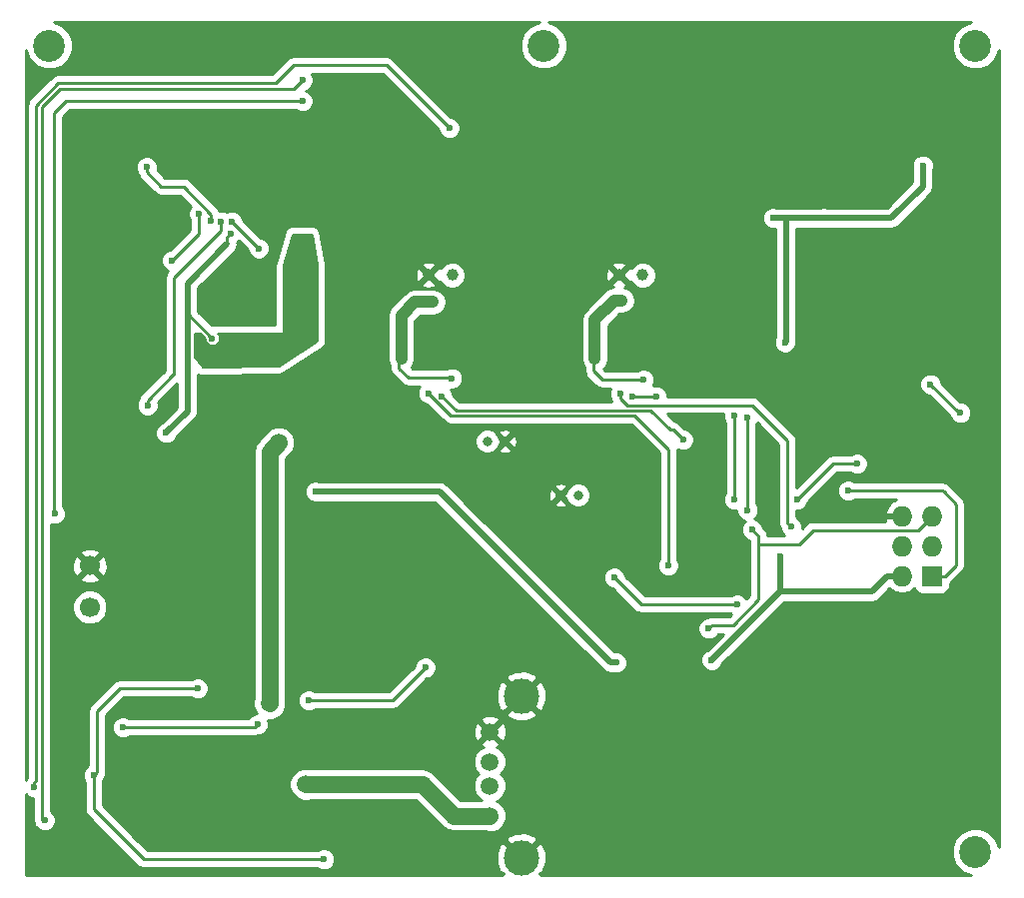
<source format=gbl>
G04 #@! TF.FileFunction,Copper,L2,Bot,Signal*
%FSLAX46Y46*%
G04 Gerber Fmt 4.6, Leading zero omitted, Abs format (unit mm)*
G04 Created by KiCad (PCBNEW (2015-08-13 BZR 6091, Git 3774262)-product) date Mon 14 Sep 2015 01:10:19 PM EDT*
%MOMM*%
G01*
G04 APERTURE LIST*
%ADD10C,0.100000*%
%ADD11C,0.800000*%
%ADD12R,1.727200X1.727200*%
%ADD13O,1.727200X1.727200*%
%ADD14C,2.700000*%
%ADD15C,1.700000*%
%ADD16C,1.000000*%
%ADD17C,1.501140*%
%ADD18C,2.999740*%
%ADD19C,0.600000*%
%ADD20C,1.500000*%
%ADD21C,0.250000*%
%ADD22C,0.500000*%
%ADD23C,1.400000*%
%ADD24C,1.000000*%
%ADD25C,0.254000*%
G04 APERTURE END LIST*
D10*
D11*
X148451000Y-84582000D03*
X146951000Y-84582000D03*
D12*
X178435000Y-91440000D03*
D13*
X175895000Y-91440000D03*
X178435000Y-88900000D03*
X175895000Y-88900000D03*
X178435000Y-86360000D03*
X175895000Y-86360000D03*
D14*
X182118000Y-114808000D03*
X145542000Y-46482000D03*
X103632000Y-46482000D03*
X182118000Y-46482000D03*
D15*
X107061000Y-94079000D03*
X107061000Y-90579000D03*
D16*
X135795000Y-65913000D03*
X137795000Y-65913000D03*
X151908000Y-65913000D03*
X153908000Y-65913000D03*
D17*
X140970000Y-104648000D03*
X140970000Y-107188000D03*
X140970000Y-109220000D03*
X140970000Y-111760000D03*
D18*
X143637000Y-101600000D03*
X143637000Y-115316000D03*
D11*
X140740000Y-80010000D03*
X142240000Y-80010000D03*
D19*
X177101500Y-62039500D03*
X104902000Y-107569000D03*
X152166000Y-72116000D03*
X152166000Y-70866000D03*
X153416000Y-70866000D03*
X153416000Y-72116000D03*
X136037000Y-72136000D03*
X136037000Y-70886000D03*
X137287000Y-70886000D03*
X137287000Y-72136000D03*
X124714000Y-58801000D03*
X117822047Y-66073689D03*
X118717047Y-66073689D03*
X118717047Y-67543689D03*
X117822047Y-67543689D03*
X111760000Y-66675000D03*
X167005000Y-74930000D03*
X161925000Y-89281000D03*
X175260000Y-71882000D03*
X164211000Y-67691000D03*
X130683000Y-110617000D03*
X112471200Y-112445800D03*
X131826000Y-69342000D03*
X112903000Y-110109000D03*
X121285000Y-111887000D03*
X113030000Y-98806000D03*
X113030000Y-103378000D03*
X127635000Y-103251000D03*
X164211000Y-80899000D03*
X171323000Y-84201000D03*
X165989000Y-71628000D03*
X177673000Y-56642000D03*
X169291000Y-61087000D03*
X164973000Y-61087000D03*
X165538000Y-89777053D03*
X159766000Y-98552000D03*
X151663400Y-98780600D03*
X126187200Y-84277200D03*
X126909000Y-115443000D03*
X107385154Y-108331000D03*
X116205000Y-100965000D03*
X104101900Y-86169500D03*
X125095000Y-51181000D03*
X159512000Y-95885000D03*
X163195000Y-87503000D03*
D20*
X122301000Y-102235000D03*
X123063000Y-80137000D03*
D19*
X125603000Y-101981000D03*
X135509000Y-99187000D03*
X161925000Y-93853000D03*
X151511000Y-91567000D03*
X121285000Y-104013000D03*
X109855000Y-104267000D03*
X180848000Y-77597000D03*
X178308000Y-75184000D03*
X161671000Y-84963000D03*
X161671000Y-77851000D03*
X162814000Y-85852000D03*
X162814000Y-77978000D03*
X113538000Y-79311500D03*
X116298047Y-60739689D03*
X114012047Y-64676689D03*
X118999547Y-62392191D03*
X117441047Y-71280689D03*
X103251000Y-112141000D03*
X125095000Y-49403000D03*
X121378047Y-63660689D03*
X119092047Y-61374689D03*
D20*
X125349000Y-109092996D03*
D19*
X154004000Y-74784000D03*
X149733000Y-73152000D03*
X152146000Y-68072000D03*
X137748000Y-74677000D03*
X136144000Y-68199000D03*
X133477000Y-73025000D03*
X157353000Y-79883000D03*
X136906000Y-76200000D03*
X156083000Y-90551000D03*
X135763000Y-75946000D03*
X166497000Y-87249000D03*
X152019000Y-75946000D03*
X155067000Y-76200000D03*
X153035000Y-76200000D03*
X111887000Y-56769000D03*
X117361097Y-61332742D03*
X111950500Y-76962000D03*
X118203047Y-61374689D03*
X172085000Y-81915000D03*
X167005000Y-84963000D03*
X137541000Y-53467000D03*
X102371990Y-109347000D03*
X125349000Y-70993000D03*
X116586000Y-72009000D03*
X125188047Y-62898689D03*
D21*
X112903000Y-110109000D02*
X112903000Y-112014000D01*
X112903000Y-112014000D02*
X112471200Y-112445800D01*
X180467000Y-85344000D02*
X179430714Y-84307714D01*
X171323000Y-84201000D02*
X179324000Y-84201000D01*
X179324000Y-84201000D02*
X179430714Y-84307714D01*
X180467000Y-90521600D02*
X180467000Y-85344000D01*
X178435000Y-91440000D02*
X179548600Y-91440000D01*
X179548600Y-91440000D02*
X180467000Y-90521600D01*
D22*
X165989000Y-71628000D02*
X166063769Y-71553231D01*
X166063769Y-71553231D02*
X166063769Y-61087000D01*
X175895000Y-91440000D02*
X174673686Y-91440000D01*
X174673686Y-91440000D02*
X173333686Y-92780000D01*
X173333686Y-92780000D02*
X170806686Y-92780000D01*
X164973000Y-61087000D02*
X166063769Y-61087000D01*
X166063769Y-61087000D02*
X169291000Y-61087000D01*
X177673000Y-56642000D02*
X177673000Y-58420000D01*
X177673000Y-58420000D02*
X175006000Y-61087000D01*
X175006000Y-61087000D02*
X169291000Y-61087000D01*
X170806686Y-92780000D02*
X165538000Y-92780000D01*
X159766000Y-98552000D02*
X165538000Y-92780000D01*
X165538000Y-92780000D02*
X165538000Y-89777053D01*
X136677400Y-84277200D02*
X151180800Y-98780600D01*
X151180800Y-98780600D02*
X151663400Y-98780600D01*
X126187200Y-84277200D02*
X136677400Y-84277200D01*
D21*
X107385154Y-108331000D02*
X107385154Y-111195154D01*
X107385154Y-111195154D02*
X111633000Y-115443000D01*
X111633000Y-115443000D02*
X126909000Y-115443000D01*
X107685153Y-102880847D02*
X109601000Y-100965000D01*
X109601000Y-100965000D02*
X116205000Y-100965000D01*
X107385154Y-108331000D02*
X107685153Y-108031001D01*
X107685153Y-108031001D02*
X107685153Y-102880847D01*
X125095000Y-51181000D02*
X105029000Y-51181000D01*
X105029000Y-51181000D02*
X104013000Y-52197000D01*
X104013000Y-86080600D02*
X104101900Y-86169500D01*
X104013000Y-52197000D02*
X104013000Y-86080600D01*
X163751686Y-93423314D02*
X163751686Y-88720633D01*
X163751686Y-88720633D02*
X163751686Y-88059686D01*
X168356399Y-87548601D02*
X167184367Y-88720633D01*
X167184367Y-88720633D02*
X163751686Y-88720633D01*
X178435000Y-86360000D02*
X177246399Y-87548601D01*
X177246399Y-87548601D02*
X168356399Y-87548601D01*
X161589999Y-95585001D02*
X163751686Y-93423314D01*
X159512000Y-95885000D02*
X159811999Y-95585001D01*
X159811999Y-95585001D02*
X161589999Y-95585001D01*
X163751686Y-88059686D02*
X163195000Y-87503000D01*
D23*
X123063000Y-80137000D02*
X122301000Y-80899000D01*
X122301000Y-80899000D02*
X122301000Y-102235000D01*
D21*
X132715000Y-101981000D02*
X126027264Y-101981000D01*
X135509000Y-99187000D02*
X132715000Y-101981000D01*
X126027264Y-101981000D02*
X125603000Y-101981000D01*
X161500736Y-93853000D02*
X161925000Y-93853000D01*
X153797000Y-93853000D02*
X161500736Y-93853000D01*
X151511000Y-91567000D02*
X153797000Y-93853000D01*
X109855000Y-104267000D02*
X121031000Y-104267000D01*
X121031000Y-104267000D02*
X121285000Y-104013000D01*
X178308000Y-75184000D02*
X180721000Y-77597000D01*
X180721000Y-77597000D02*
X180848000Y-77597000D01*
X161671000Y-77851000D02*
X161671000Y-84963000D01*
X162814000Y-77978000D02*
X162814000Y-85852000D01*
D22*
X115351057Y-77180943D02*
X115351057Y-77498443D01*
X115351057Y-77498443D02*
X113538000Y-79311500D01*
X115351057Y-69190699D02*
X115351057Y-77180943D01*
X115351057Y-69190699D02*
X115351057Y-66632643D01*
X118699548Y-63291452D02*
X115358357Y-66632643D01*
D21*
X115358357Y-66632643D02*
X115351057Y-66632643D01*
X118999547Y-62392191D02*
X118699548Y-62692190D01*
X118699548Y-62692190D02*
X118699548Y-63291452D01*
X114012047Y-64676689D02*
X116298047Y-62390689D01*
X116298047Y-62390689D02*
X116298047Y-60739689D01*
X117441047Y-71280689D02*
X115351057Y-69190699D01*
X102997000Y-112141000D02*
X103251000Y-112141000D01*
X102997000Y-75565000D02*
X102997000Y-112141000D01*
X102997000Y-59563000D02*
X102997000Y-75565000D01*
X102997000Y-51689000D02*
X102997000Y-59563000D01*
X104521000Y-50165000D02*
X102997000Y-51689000D01*
X124333000Y-50165000D02*
X104521000Y-50165000D01*
X125095000Y-49403000D02*
X124333000Y-50165000D01*
X119092047Y-61374689D02*
X121378047Y-63660689D01*
X119092047Y-61374689D02*
X119092047Y-61388591D01*
D23*
X126409660Y-109092996D02*
X125349000Y-109092996D01*
X140970000Y-111760000D02*
X137922000Y-111760000D01*
X137922000Y-111760000D02*
X135254996Y-109092996D01*
X135254996Y-109092996D02*
X126409660Y-109092996D01*
D21*
X149733000Y-74041000D02*
X150476000Y-74784000D01*
X150476000Y-74784000D02*
X154004000Y-74784000D01*
X149733000Y-73152000D02*
X149733000Y-74041000D01*
D24*
X149860000Y-69723000D02*
X149860000Y-73025000D01*
D21*
X149860000Y-73025000D02*
X149733000Y-73152000D01*
D24*
X151511000Y-68072000D02*
X149860000Y-69723000D01*
X152146000Y-68072000D02*
X151511000Y-68072000D01*
D21*
X133477000Y-73025000D02*
X133261448Y-73240552D01*
X133261448Y-73240552D02*
X133261448Y-73825448D01*
X133261448Y-73825448D02*
X134066451Y-74630451D01*
X134066451Y-74630451D02*
X137701451Y-74630451D01*
X137701451Y-74630451D02*
X137748000Y-74677000D01*
D24*
X134620000Y-68199000D02*
X136144000Y-68199000D01*
X133477000Y-69342000D02*
X134620000Y-68199000D01*
X133477000Y-73025000D02*
X133477000Y-69342000D01*
D21*
X138106019Y-77400019D02*
X154601499Y-77400019D01*
X154601499Y-77400019D02*
X156252499Y-79051019D01*
X157353000Y-79883000D02*
X156521019Y-79051019D01*
X156521019Y-79051019D02*
X156252499Y-79051019D01*
X136906000Y-76200000D02*
X138106019Y-77400019D01*
X140969028Y-77850028D02*
X153256147Y-77850028D01*
X153256147Y-77850028D02*
X156083000Y-80676881D01*
X156083000Y-80676881D02*
X156083000Y-90551000D01*
X140969028Y-77850028D02*
X140970000Y-77851000D01*
X135763000Y-75946000D02*
X137667028Y-77850028D01*
X137667028Y-77850028D02*
X140969028Y-77850028D01*
X166197001Y-79964001D02*
X163183009Y-76950009D01*
X163183009Y-76950009D02*
X155781007Y-76950009D01*
X166197001Y-86949001D02*
X166197001Y-79964001D01*
X166197001Y-86949001D02*
X166497000Y-87249000D01*
X152598745Y-76950009D02*
X155781007Y-76950009D01*
X152019000Y-76370264D02*
X152598745Y-76950009D01*
X152019000Y-75946000D02*
X152019000Y-76370264D01*
X153035000Y-76200000D02*
X155067000Y-76200000D01*
X113121801Y-58428065D02*
X115002423Y-58428065D01*
X115002423Y-58428065D02*
X117361097Y-60786739D01*
X111887000Y-56769000D02*
X111887000Y-57193264D01*
X111887000Y-57193264D02*
X113121801Y-58428065D01*
X117361097Y-60786739D02*
X117361097Y-61332742D01*
X114173000Y-74349065D02*
X114173000Y-66166736D01*
X111950500Y-76962000D02*
X111950500Y-76537736D01*
X111950500Y-76537736D02*
X114139171Y-74349065D01*
X114139171Y-74349065D02*
X114173000Y-74349065D01*
X114173000Y-66166736D02*
X114901047Y-65438689D01*
X118203047Y-62136689D02*
X118203047Y-61374689D01*
X114901047Y-65438689D02*
X118203047Y-62136689D01*
X171660736Y-81915000D02*
X172085000Y-81915000D01*
X170053000Y-81915000D02*
X171660736Y-81915000D01*
X167005000Y-84963000D02*
X170053000Y-81915000D01*
X124333000Y-48133000D02*
X132207000Y-48133000D01*
X132207000Y-48133000D02*
X137541000Y-53467000D01*
X122809000Y-49657000D02*
X124333000Y-48133000D01*
X104392590Y-49657000D02*
X122809000Y-49657000D01*
X102489000Y-66167000D02*
X102489000Y-51560590D01*
X102489000Y-51560590D02*
X104392590Y-49657000D01*
X102489000Y-95885000D02*
X102489000Y-66167000D01*
X102489000Y-108805726D02*
X102489000Y-95885000D01*
X102371990Y-109347000D02*
X102371990Y-108922736D01*
X102371990Y-108922736D02*
X102489000Y-108805726D01*
X125349000Y-70993000D02*
X124924736Y-70993000D01*
X124924736Y-70993000D02*
X123908736Y-72009000D01*
X123908736Y-72009000D02*
X117010264Y-72009000D01*
X117010264Y-72009000D02*
X116586000Y-72009000D01*
D25*
G36*
X144419057Y-44798218D02*
X143860181Y-45356120D01*
X143557346Y-46085427D01*
X143556657Y-46875109D01*
X143858218Y-47604943D01*
X144416120Y-48163819D01*
X145145427Y-48466654D01*
X145935109Y-48467343D01*
X146664943Y-48165782D01*
X147223819Y-47607880D01*
X147526654Y-46878573D01*
X147527343Y-46088891D01*
X147225782Y-45359057D01*
X146667880Y-44800181D01*
X145944965Y-44500000D01*
X181716800Y-44500000D01*
X180995057Y-44798218D01*
X180436181Y-45356120D01*
X180133346Y-46085427D01*
X180132657Y-46875109D01*
X180434218Y-47604943D01*
X180992120Y-48163819D01*
X181721427Y-48466654D01*
X182511109Y-48467343D01*
X183240943Y-48165782D01*
X183799819Y-47607880D01*
X184100000Y-46884965D01*
X184100000Y-114406800D01*
X183801782Y-113685057D01*
X183243880Y-113126181D01*
X182514573Y-112823346D01*
X181724891Y-112822657D01*
X180995057Y-113124218D01*
X180436181Y-113682120D01*
X180133346Y-114411427D01*
X180132657Y-115201109D01*
X180434218Y-115930943D01*
X180992120Y-116489819D01*
X181715035Y-116790000D01*
X145237792Y-116790000D01*
X145264200Y-116763592D01*
X145150879Y-116650271D01*
X145469632Y-116490505D01*
X145779595Y-115699783D01*
X145763367Y-114850634D01*
X145469632Y-114141495D01*
X145150877Y-113981728D01*
X143816605Y-115316000D01*
X143830748Y-115330143D01*
X143651143Y-115509748D01*
X143637000Y-115495605D01*
X143622858Y-115509748D01*
X143443253Y-115330143D01*
X143457395Y-115316000D01*
X142123123Y-113981728D01*
X141804368Y-114141495D01*
X141494405Y-114932217D01*
X141510633Y-115781366D01*
X141804368Y-116490505D01*
X142123121Y-116650271D01*
X142009800Y-116763592D01*
X142036208Y-116790000D01*
X101650000Y-116790000D01*
X101650000Y-109947194D01*
X101841663Y-110139192D01*
X102185191Y-110281838D01*
X102237000Y-110281883D01*
X102237000Y-112141000D01*
X102294852Y-112431839D01*
X102459599Y-112678401D01*
X102479802Y-112691900D01*
X102720673Y-112933192D01*
X103064201Y-113075838D01*
X103436167Y-113076162D01*
X103779943Y-112934117D01*
X104043192Y-112671327D01*
X104185838Y-112327799D01*
X104186162Y-111955833D01*
X104044117Y-111612057D01*
X103781327Y-111348808D01*
X103757000Y-111338706D01*
X103757000Y-108516167D01*
X106449992Y-108516167D01*
X106592037Y-108859943D01*
X106625154Y-108893118D01*
X106625154Y-111195154D01*
X106683006Y-111485993D01*
X106847753Y-111732555D01*
X111095599Y-115980401D01*
X111342160Y-116145148D01*
X111390414Y-116154746D01*
X111633000Y-116203000D01*
X126346537Y-116203000D01*
X126378673Y-116235192D01*
X126722201Y-116377838D01*
X127094167Y-116378162D01*
X127437943Y-116236117D01*
X127701192Y-115973327D01*
X127843838Y-115629799D01*
X127844162Y-115257833D01*
X127702117Y-114914057D01*
X127439327Y-114650808D01*
X127095799Y-114508162D01*
X126723833Y-114507838D01*
X126380057Y-114649883D01*
X126346882Y-114683000D01*
X111947802Y-114683000D01*
X111066925Y-113802123D01*
X142302728Y-113802123D01*
X143637000Y-115136395D01*
X144971272Y-113802123D01*
X144811505Y-113483368D01*
X144020783Y-113173405D01*
X143171634Y-113189633D01*
X142462495Y-113483368D01*
X142302728Y-113802123D01*
X111066925Y-113802123D01*
X108145154Y-110880352D01*
X108145154Y-109367281D01*
X123963760Y-109367281D01*
X124174169Y-109876511D01*
X124563436Y-110266457D01*
X125072298Y-110477755D01*
X125623285Y-110478236D01*
X125744875Y-110427996D01*
X134702020Y-110427996D01*
X136978010Y-112703985D01*
X136978012Y-112703988D01*
X137156645Y-112823346D01*
X137411117Y-112993379D01*
X137922000Y-113095000D01*
X140571978Y-113095000D01*
X140693184Y-113145329D01*
X141244398Y-113145810D01*
X141753837Y-112935314D01*
X142143944Y-112545887D01*
X142355329Y-112036816D01*
X142355810Y-111485602D01*
X142145314Y-110976163D01*
X141755887Y-110586056D01*
X141524619Y-110490025D01*
X141753837Y-110395314D01*
X142143944Y-110005887D01*
X142355329Y-109496816D01*
X142355810Y-108945602D01*
X142145314Y-108436163D01*
X141913493Y-108203937D01*
X142143944Y-107973887D01*
X142355329Y-107464816D01*
X142355810Y-106913602D01*
X142145314Y-106404163D01*
X141755887Y-106014056D01*
X141540504Y-105924621D01*
X141694265Y-105860931D01*
X141762325Y-105619930D01*
X140970000Y-104827605D01*
X140177675Y-105619930D01*
X140245735Y-105860931D01*
X140411040Y-105919769D01*
X140186163Y-106012686D01*
X139796056Y-106402113D01*
X139584671Y-106911184D01*
X139584190Y-107462398D01*
X139794686Y-107971837D01*
X140026507Y-108204063D01*
X139796056Y-108434113D01*
X139584671Y-108943184D01*
X139584190Y-109494398D01*
X139794686Y-110003837D01*
X140184113Y-110393944D01*
X140258904Y-110425000D01*
X138474975Y-110425000D01*
X136198984Y-108149008D01*
X135765879Y-107859617D01*
X135254996Y-107757995D01*
X135254991Y-107757996D01*
X125745535Y-107757996D01*
X125625702Y-107708237D01*
X125074715Y-107707756D01*
X124565485Y-107918165D01*
X124175539Y-108307432D01*
X123964241Y-108816294D01*
X123963760Y-109367281D01*
X108145154Y-109367281D01*
X108145154Y-108893463D01*
X108177346Y-108861327D01*
X108319992Y-108517799D01*
X108320075Y-108422451D01*
X108387301Y-108321840D01*
X108445153Y-108031001D01*
X108445153Y-104452167D01*
X108919838Y-104452167D01*
X109061883Y-104795943D01*
X109324673Y-105059192D01*
X109668201Y-105201838D01*
X110040167Y-105202162D01*
X110383943Y-105060117D01*
X110417118Y-105027000D01*
X121031000Y-105027000D01*
X121321839Y-104969148D01*
X121353399Y-104948060D01*
X121470167Y-104948162D01*
X121813943Y-104806117D01*
X122077192Y-104543327D01*
X122118837Y-104443034D01*
X139572233Y-104443034D01*
X139600195Y-104993538D01*
X139757069Y-105372265D01*
X139998070Y-105440325D01*
X140790395Y-104648000D01*
X141149605Y-104648000D01*
X141941930Y-105440325D01*
X142182931Y-105372265D01*
X142367767Y-104852966D01*
X142339805Y-104302462D01*
X142182931Y-103923735D01*
X141941930Y-103855675D01*
X141149605Y-104648000D01*
X140790395Y-104648000D01*
X139998070Y-103855675D01*
X139757069Y-103923735D01*
X139572233Y-104443034D01*
X122118837Y-104443034D01*
X122219838Y-104199799D01*
X122220162Y-103827833D01*
X122157455Y-103676070D01*
X140177675Y-103676070D01*
X140970000Y-104468395D01*
X141762325Y-103676070D01*
X141694265Y-103435069D01*
X141174966Y-103250233D01*
X140624462Y-103278195D01*
X140245735Y-103435069D01*
X140177675Y-103676070D01*
X122157455Y-103676070D01*
X122134227Y-103619855D01*
X122575285Y-103620240D01*
X123084515Y-103409831D01*
X123380985Y-103113877D01*
X142302728Y-103113877D01*
X142462495Y-103432632D01*
X143253217Y-103742595D01*
X144102366Y-103726367D01*
X144811505Y-103432632D01*
X144971272Y-103113877D01*
X143637000Y-101779605D01*
X142302728Y-103113877D01*
X123380985Y-103113877D01*
X123474461Y-103020564D01*
X123685759Y-102511702D01*
X123686060Y-102166167D01*
X124667838Y-102166167D01*
X124809883Y-102509943D01*
X125072673Y-102773192D01*
X125416201Y-102915838D01*
X125788167Y-102916162D01*
X126131943Y-102774117D01*
X126165118Y-102741000D01*
X132715000Y-102741000D01*
X133005839Y-102683148D01*
X133252401Y-102518401D01*
X134554585Y-101216217D01*
X141494405Y-101216217D01*
X141510633Y-102065366D01*
X141804368Y-102774505D01*
X142123123Y-102934272D01*
X143457395Y-101600000D01*
X143816605Y-101600000D01*
X145150877Y-102934272D01*
X145469632Y-102774505D01*
X145779595Y-101983783D01*
X145763367Y-101134634D01*
X145469632Y-100425495D01*
X145150877Y-100265728D01*
X143816605Y-101600000D01*
X143457395Y-101600000D01*
X142123123Y-100265728D01*
X141804368Y-100425495D01*
X141494405Y-101216217D01*
X134554585Y-101216217D01*
X135648680Y-100122122D01*
X135694167Y-100122162D01*
X135781388Y-100086123D01*
X142302728Y-100086123D01*
X143637000Y-101420395D01*
X144971272Y-100086123D01*
X144811505Y-99767368D01*
X144020783Y-99457405D01*
X143171634Y-99473633D01*
X142462495Y-99767368D01*
X142302728Y-100086123D01*
X135781388Y-100086123D01*
X136037943Y-99980117D01*
X136301192Y-99717327D01*
X136443838Y-99373799D01*
X136444162Y-99001833D01*
X136302117Y-98658057D01*
X136039327Y-98394808D01*
X135695799Y-98252162D01*
X135323833Y-98251838D01*
X134980057Y-98393883D01*
X134716808Y-98656673D01*
X134574162Y-99000201D01*
X134574121Y-99047077D01*
X132400198Y-101221000D01*
X126165463Y-101221000D01*
X126133327Y-101188808D01*
X125789799Y-101046162D01*
X125417833Y-101045838D01*
X125074057Y-101187883D01*
X124810808Y-101450673D01*
X124668162Y-101794201D01*
X124667838Y-102166167D01*
X123686060Y-102166167D01*
X123686240Y-101960715D01*
X123636000Y-101839125D01*
X123636000Y-84462367D01*
X125252038Y-84462367D01*
X125394083Y-84806143D01*
X125656873Y-85069392D01*
X126000401Y-85212038D01*
X126372367Y-85212362D01*
X126493769Y-85162200D01*
X136310820Y-85162200D01*
X150555008Y-99406387D01*
X150555010Y-99406390D01*
X150842125Y-99598233D01*
X150898316Y-99609410D01*
X151180800Y-99665601D01*
X151180805Y-99665600D01*
X151356578Y-99665600D01*
X151476601Y-99715438D01*
X151848567Y-99715762D01*
X152192343Y-99573717D01*
X152455592Y-99310927D01*
X152598238Y-98967399D01*
X152598562Y-98595433D01*
X152456517Y-98251657D01*
X152193727Y-97988408D01*
X151850199Y-97845762D01*
X151497234Y-97845455D01*
X138951130Y-85299350D01*
X146413255Y-85299350D01*
X146437977Y-85504180D01*
X146829931Y-85630309D01*
X147240318Y-85596842D01*
X147464023Y-85504180D01*
X147488745Y-85299350D01*
X146951000Y-84761605D01*
X146413255Y-85299350D01*
X138951130Y-85299350D01*
X138112711Y-84460931D01*
X145902691Y-84460931D01*
X145936158Y-84871318D01*
X146028820Y-85095023D01*
X146233650Y-85119745D01*
X146771395Y-84582000D01*
X147130605Y-84582000D01*
X147472324Y-84923719D01*
X147573058Y-85167515D01*
X147863954Y-85458919D01*
X148244223Y-85616820D01*
X148655971Y-85617179D01*
X149036515Y-85459942D01*
X149327919Y-85169046D01*
X149485820Y-84788777D01*
X149486179Y-84377029D01*
X149328942Y-83996485D01*
X149038046Y-83705081D01*
X148657777Y-83547180D01*
X148246029Y-83546821D01*
X147865485Y-83704058D01*
X147574081Y-83994954D01*
X147472134Y-84240471D01*
X147130605Y-84582000D01*
X146771395Y-84582000D01*
X146233650Y-84044255D01*
X146028820Y-84068977D01*
X145902691Y-84460931D01*
X138112711Y-84460931D01*
X137516430Y-83864650D01*
X146413255Y-83864650D01*
X146951000Y-84402395D01*
X147488745Y-83864650D01*
X147464023Y-83659820D01*
X147072069Y-83533691D01*
X146661682Y-83567158D01*
X146437977Y-83659820D01*
X146413255Y-83864650D01*
X137516430Y-83864650D01*
X137303190Y-83651410D01*
X137147997Y-83547714D01*
X137016075Y-83459567D01*
X136959884Y-83448390D01*
X136677400Y-83392199D01*
X136677395Y-83392200D01*
X126494022Y-83392200D01*
X126373999Y-83342362D01*
X126002033Y-83342038D01*
X125658257Y-83484083D01*
X125395008Y-83746873D01*
X125252362Y-84090401D01*
X125252038Y-84462367D01*
X123636000Y-84462367D01*
X123636000Y-81451975D01*
X123726594Y-81361381D01*
X123846515Y-81311831D01*
X124236461Y-80922564D01*
X124447759Y-80413702D01*
X124447932Y-80214971D01*
X139704821Y-80214971D01*
X139862058Y-80595515D01*
X140152954Y-80886919D01*
X140533223Y-81044820D01*
X140944971Y-81045179D01*
X141325515Y-80887942D01*
X141486387Y-80727350D01*
X141702255Y-80727350D01*
X141726977Y-80932180D01*
X142118931Y-81058309D01*
X142529318Y-81024842D01*
X142753023Y-80932180D01*
X142777745Y-80727350D01*
X142240000Y-80189605D01*
X141702255Y-80727350D01*
X141486387Y-80727350D01*
X141616919Y-80597046D01*
X141718866Y-80351529D01*
X142060395Y-80010000D01*
X142419605Y-80010000D01*
X142957350Y-80547745D01*
X143162180Y-80523023D01*
X143288309Y-80131069D01*
X143254842Y-79720682D01*
X143162180Y-79496977D01*
X142957350Y-79472255D01*
X142419605Y-80010000D01*
X142060395Y-80010000D01*
X141718676Y-79668281D01*
X141617942Y-79424485D01*
X141486337Y-79292650D01*
X141702255Y-79292650D01*
X142240000Y-79830395D01*
X142777745Y-79292650D01*
X142753023Y-79087820D01*
X142361069Y-78961691D01*
X141950682Y-78995158D01*
X141726977Y-79087820D01*
X141702255Y-79292650D01*
X141486337Y-79292650D01*
X141327046Y-79133081D01*
X140946777Y-78975180D01*
X140535029Y-78974821D01*
X140154485Y-79132058D01*
X139863081Y-79422954D01*
X139705180Y-79803223D01*
X139704821Y-80214971D01*
X124447932Y-80214971D01*
X124448240Y-79862715D01*
X124237831Y-79353485D01*
X123848564Y-78963539D01*
X123339702Y-78752241D01*
X122788715Y-78751760D01*
X122279485Y-78962169D01*
X121889539Y-79351436D01*
X121839087Y-79472937D01*
X121357012Y-79955012D01*
X121067621Y-80388117D01*
X120965999Y-80899000D01*
X120966000Y-80899005D01*
X120966000Y-101838465D01*
X120916241Y-101958298D01*
X120915760Y-102509285D01*
X121126169Y-103018515D01*
X121185463Y-103077913D01*
X121099833Y-103077838D01*
X120756057Y-103219883D01*
X120492808Y-103482673D01*
X120482706Y-103507000D01*
X110417463Y-103507000D01*
X110385327Y-103474808D01*
X110041799Y-103332162D01*
X109669833Y-103331838D01*
X109326057Y-103473883D01*
X109062808Y-103736673D01*
X108920162Y-104080201D01*
X108919838Y-104452167D01*
X108445153Y-104452167D01*
X108445153Y-103195649D01*
X109915802Y-101725000D01*
X115642537Y-101725000D01*
X115674673Y-101757192D01*
X116018201Y-101899838D01*
X116390167Y-101900162D01*
X116733943Y-101758117D01*
X116997192Y-101495327D01*
X117139838Y-101151799D01*
X117140162Y-100779833D01*
X116998117Y-100436057D01*
X116735327Y-100172808D01*
X116391799Y-100030162D01*
X116019833Y-100029838D01*
X115676057Y-100171883D01*
X115642882Y-100205000D01*
X109601000Y-100205000D01*
X109310161Y-100262852D01*
X109063599Y-100427599D01*
X107147752Y-102343446D01*
X106983005Y-102590008D01*
X106925153Y-102880847D01*
X106925153Y-107509397D01*
X106856211Y-107537883D01*
X106592962Y-107800673D01*
X106450316Y-108144201D01*
X106449992Y-108516167D01*
X103757000Y-108516167D01*
X103757000Y-94373089D01*
X105575743Y-94373089D01*
X105801344Y-94919086D01*
X106218717Y-95337188D01*
X106764319Y-95563742D01*
X107355089Y-95564257D01*
X107901086Y-95338656D01*
X108319188Y-94921283D01*
X108545742Y-94375681D01*
X108546257Y-93784911D01*
X108320656Y-93238914D01*
X107903283Y-92820812D01*
X107357681Y-92594258D01*
X106766911Y-92593743D01*
X106220914Y-92819344D01*
X105802812Y-93236717D01*
X105576258Y-93782319D01*
X105575743Y-94373089D01*
X103757000Y-94373089D01*
X103757000Y-91622958D01*
X106196647Y-91622958D01*
X106276920Y-91874259D01*
X106832279Y-92075718D01*
X107422458Y-92049315D01*
X107845080Y-91874259D01*
X107925353Y-91622958D01*
X107061000Y-90758605D01*
X106196647Y-91622958D01*
X103757000Y-91622958D01*
X103757000Y-90350279D01*
X105564282Y-90350279D01*
X105590685Y-90940458D01*
X105765741Y-91363080D01*
X106017042Y-91443353D01*
X106881395Y-90579000D01*
X107240605Y-90579000D01*
X108104958Y-91443353D01*
X108356259Y-91363080D01*
X108557718Y-90807721D01*
X108531315Y-90217542D01*
X108356259Y-89794920D01*
X108104958Y-89714647D01*
X107240605Y-90579000D01*
X106881395Y-90579000D01*
X106017042Y-89714647D01*
X105765741Y-89794920D01*
X105564282Y-90350279D01*
X103757000Y-90350279D01*
X103757000Y-89535042D01*
X106196647Y-89535042D01*
X107061000Y-90399395D01*
X107925353Y-89535042D01*
X107845080Y-89283741D01*
X107289721Y-89082282D01*
X106699542Y-89108685D01*
X106276920Y-89283741D01*
X106196647Y-89535042D01*
X103757000Y-89535042D01*
X103757000Y-87038688D01*
X103915101Y-87104338D01*
X104287067Y-87104662D01*
X104630843Y-86962617D01*
X104894092Y-86699827D01*
X105036738Y-86356299D01*
X105037062Y-85984333D01*
X104895017Y-85640557D01*
X104773000Y-85518327D01*
X104773000Y-56954167D01*
X110951838Y-56954167D01*
X111093883Y-57297943D01*
X111161245Y-57365422D01*
X111184852Y-57484103D01*
X111349599Y-57730665D01*
X112584400Y-58965466D01*
X112830961Y-59130213D01*
X113121801Y-59188065D01*
X114687621Y-59188065D01*
X115607475Y-60107919D01*
X115505855Y-60209362D01*
X115363209Y-60552890D01*
X115362885Y-60924856D01*
X115504930Y-61268632D01*
X115538047Y-61301807D01*
X115538047Y-62075887D01*
X113872367Y-63741567D01*
X113826880Y-63741527D01*
X113483104Y-63883572D01*
X113219855Y-64146362D01*
X113077209Y-64489890D01*
X113076885Y-64861856D01*
X113218930Y-65205632D01*
X113481720Y-65468881D01*
X113703826Y-65561108D01*
X113635599Y-65629335D01*
X113470852Y-65875897D01*
X113413000Y-66166736D01*
X113413000Y-74000434D01*
X111413099Y-76000335D01*
X111248352Y-76246897D01*
X111224801Y-76365296D01*
X111158308Y-76431673D01*
X111015662Y-76775201D01*
X111015338Y-77147167D01*
X111157383Y-77490943D01*
X111420173Y-77754192D01*
X111763701Y-77896838D01*
X112135667Y-77897162D01*
X112479443Y-77755117D01*
X112742692Y-77492327D01*
X112885338Y-77148799D01*
X112885662Y-76776833D01*
X112856583Y-76706455D01*
X114466057Y-75096981D01*
X114466057Y-77131864D01*
X113129164Y-78468756D01*
X113009057Y-78518383D01*
X112745808Y-78781173D01*
X112603162Y-79124701D01*
X112602838Y-79496667D01*
X112744883Y-79840443D01*
X113007673Y-80103692D01*
X113351201Y-80246338D01*
X113723167Y-80246662D01*
X114066943Y-80104617D01*
X114330192Y-79841827D01*
X114380566Y-79720514D01*
X115976844Y-78124235D01*
X115976847Y-78124233D01*
X116168690Y-77837118D01*
X116197783Y-77690858D01*
X116236058Y-77498443D01*
X116236057Y-77498438D01*
X116236057Y-74349931D01*
X116316289Y-74410302D01*
X116564256Y-74455572D01*
X123168256Y-74328572D01*
X123503550Y-74225165D01*
X126805550Y-72066165D01*
X127043018Y-71781740D01*
X127093047Y-71534689D01*
X127093047Y-69342000D01*
X132342000Y-69342000D01*
X132342000Y-73025000D01*
X132428397Y-73459346D01*
X132501448Y-73568674D01*
X132501448Y-73825448D01*
X132559300Y-74116287D01*
X132724047Y-74362849D01*
X133529050Y-75167852D01*
X133775612Y-75332599D01*
X134066451Y-75390451D01*
X134996074Y-75390451D01*
X134970808Y-75415673D01*
X134828162Y-75759201D01*
X134827838Y-76131167D01*
X134969883Y-76474943D01*
X135232673Y-76738192D01*
X135576201Y-76880838D01*
X135623077Y-76880879D01*
X137129627Y-78387429D01*
X137376188Y-78552176D01*
X137667028Y-78610028D01*
X140965113Y-78610028D01*
X140970000Y-78611000D01*
X140974887Y-78610028D01*
X152941345Y-78610028D01*
X155323000Y-80991683D01*
X155323000Y-89988537D01*
X155290808Y-90020673D01*
X155148162Y-90364201D01*
X155147838Y-90736167D01*
X155289883Y-91079943D01*
X155552673Y-91343192D01*
X155896201Y-91485838D01*
X156268167Y-91486162D01*
X156611943Y-91344117D01*
X156875192Y-91081327D01*
X157017838Y-90737799D01*
X157018162Y-90365833D01*
X156876117Y-90022057D01*
X156843000Y-89988882D01*
X156843000Y-80683633D01*
X157166201Y-80817838D01*
X157538167Y-80818162D01*
X157881943Y-80676117D01*
X158145192Y-80413327D01*
X158287838Y-80069799D01*
X158288162Y-79697833D01*
X158146117Y-79354057D01*
X157883327Y-79090808D01*
X157539799Y-78948162D01*
X157492923Y-78948121D01*
X157058420Y-78513618D01*
X156811858Y-78348871D01*
X156578793Y-78302511D01*
X155986291Y-77710009D01*
X160736122Y-77710009D01*
X160735838Y-78036167D01*
X160877883Y-78379943D01*
X160911000Y-78413118D01*
X160911000Y-84400537D01*
X160878808Y-84432673D01*
X160736162Y-84776201D01*
X160735838Y-85148167D01*
X160877883Y-85491943D01*
X161140673Y-85755192D01*
X161484201Y-85897838D01*
X161856167Y-85898162D01*
X161878967Y-85888741D01*
X161878838Y-86037167D01*
X162020883Y-86380943D01*
X162283673Y-86644192D01*
X162600199Y-86775626D01*
X162402808Y-86972673D01*
X162260162Y-87316201D01*
X162259838Y-87688167D01*
X162401883Y-88031943D01*
X162664673Y-88295192D01*
X162991686Y-88430980D01*
X162991686Y-93108512D01*
X162735082Y-93365116D01*
X162718117Y-93324057D01*
X162455327Y-93060808D01*
X162111799Y-92918162D01*
X161739833Y-92917838D01*
X161396057Y-93059883D01*
X161362882Y-93093000D01*
X154111802Y-93093000D01*
X152446122Y-91427320D01*
X152446162Y-91381833D01*
X152304117Y-91038057D01*
X152041327Y-90774808D01*
X151697799Y-90632162D01*
X151325833Y-90631838D01*
X150982057Y-90773883D01*
X150718808Y-91036673D01*
X150576162Y-91380201D01*
X150575838Y-91752167D01*
X150717883Y-92095943D01*
X150980673Y-92359192D01*
X151324201Y-92501838D01*
X151371077Y-92501879D01*
X153259599Y-94390401D01*
X153506160Y-94555148D01*
X153797000Y-94613000D01*
X161362537Y-94613000D01*
X161394673Y-94645192D01*
X161437304Y-94662894D01*
X161275197Y-94825001D01*
X159811999Y-94825001D01*
X159521160Y-94882853D01*
X159420787Y-94949920D01*
X159326833Y-94949838D01*
X158983057Y-95091883D01*
X158719808Y-95354673D01*
X158577162Y-95698201D01*
X158576838Y-96070167D01*
X158718883Y-96413943D01*
X158981673Y-96677192D01*
X159325201Y-96819838D01*
X159697167Y-96820162D01*
X160040943Y-96678117D01*
X160304192Y-96415327D01*
X160333394Y-96345001D01*
X160721419Y-96345001D01*
X159357164Y-97709256D01*
X159237057Y-97758883D01*
X158973808Y-98021673D01*
X158831162Y-98365201D01*
X158830838Y-98737167D01*
X158972883Y-99080943D01*
X159235673Y-99344192D01*
X159579201Y-99486838D01*
X159951167Y-99487162D01*
X160294943Y-99345117D01*
X160558192Y-99082327D01*
X160608566Y-98961014D01*
X165904579Y-93665000D01*
X173333681Y-93665000D01*
X173333686Y-93665001D01*
X173616170Y-93608810D01*
X173672361Y-93597633D01*
X173959476Y-93405790D01*
X173959477Y-93405789D01*
X174841713Y-92523552D01*
X175292152Y-92824526D01*
X175865641Y-92938600D01*
X175924359Y-92938600D01*
X176497848Y-92824526D01*
X176963442Y-92513426D01*
X176968238Y-92538917D01*
X177107310Y-92755041D01*
X177319510Y-92900031D01*
X177571400Y-92951040D01*
X179298600Y-92951040D01*
X179533917Y-92906762D01*
X179750041Y-92767690D01*
X179895031Y-92555490D01*
X179946040Y-92303600D01*
X179946040Y-92070920D01*
X180086001Y-91977401D01*
X181004401Y-91059001D01*
X181169148Y-90812439D01*
X181227000Y-90521600D01*
X181227000Y-85344000D01*
X181169148Y-85053161D01*
X181004401Y-84806599D01*
X179861401Y-83663599D01*
X179614839Y-83498852D01*
X179324000Y-83441000D01*
X171885463Y-83441000D01*
X171853327Y-83408808D01*
X171509799Y-83266162D01*
X171137833Y-83265838D01*
X170794057Y-83407883D01*
X170530808Y-83670673D01*
X170388162Y-84014201D01*
X170387838Y-84386167D01*
X170529883Y-84729943D01*
X170792673Y-84993192D01*
X171136201Y-85135838D01*
X171508167Y-85136162D01*
X171851943Y-84994117D01*
X171885118Y-84961000D01*
X175416556Y-84961000D01*
X175006510Y-85153179D01*
X174612312Y-85585053D01*
X174440042Y-86000974D01*
X174561183Y-86233000D01*
X175768000Y-86233000D01*
X175768000Y-86213000D01*
X176022000Y-86213000D01*
X176022000Y-86233000D01*
X176042000Y-86233000D01*
X176042000Y-86487000D01*
X176022000Y-86487000D01*
X176022000Y-86507000D01*
X175768000Y-86507000D01*
X175768000Y-86487000D01*
X174561183Y-86487000D01*
X174440042Y-86719026D01*
X174468859Y-86788601D01*
X168356399Y-86788601D01*
X168065560Y-86846453D01*
X167818998Y-87011200D01*
X167431871Y-87398327D01*
X167432162Y-87063833D01*
X167290117Y-86720057D01*
X167027327Y-86456808D01*
X166957001Y-86427606D01*
X166957001Y-85897959D01*
X167190167Y-85898162D01*
X167533943Y-85756117D01*
X167797192Y-85493327D01*
X167939838Y-85149799D01*
X167939879Y-85102923D01*
X170367802Y-82675000D01*
X171522537Y-82675000D01*
X171554673Y-82707192D01*
X171898201Y-82849838D01*
X172270167Y-82850162D01*
X172613943Y-82708117D01*
X172877192Y-82445327D01*
X173019838Y-82101799D01*
X173020162Y-81729833D01*
X172878117Y-81386057D01*
X172615327Y-81122808D01*
X172271799Y-80980162D01*
X171899833Y-80979838D01*
X171556057Y-81121883D01*
X171522882Y-81155000D01*
X170053000Y-81155000D01*
X169762161Y-81212852D01*
X169515599Y-81377599D01*
X166957001Y-83936197D01*
X166957001Y-79964001D01*
X166915063Y-79753167D01*
X166899149Y-79673161D01*
X166734402Y-79426600D01*
X163720410Y-76412608D01*
X163473848Y-76247861D01*
X163183009Y-76190009D01*
X156002009Y-76190009D01*
X156002162Y-76014833D01*
X155860117Y-75671057D01*
X155597327Y-75407808D01*
X155504270Y-75369167D01*
X177372838Y-75369167D01*
X177514883Y-75712943D01*
X177777673Y-75976192D01*
X178121201Y-76118838D01*
X178168077Y-76118879D01*
X179970206Y-77921008D01*
X180054883Y-78125943D01*
X180317673Y-78389192D01*
X180661201Y-78531838D01*
X181033167Y-78532162D01*
X181376943Y-78390117D01*
X181640192Y-78127327D01*
X181782838Y-77783799D01*
X181783162Y-77411833D01*
X181641117Y-77068057D01*
X181378327Y-76804808D01*
X181034799Y-76662162D01*
X180860812Y-76662010D01*
X179243122Y-75044320D01*
X179243162Y-74998833D01*
X179101117Y-74655057D01*
X178838327Y-74391808D01*
X178494799Y-74249162D01*
X178122833Y-74248838D01*
X177779057Y-74390883D01*
X177515808Y-74653673D01*
X177373162Y-74997201D01*
X177372838Y-75369167D01*
X155504270Y-75369167D01*
X155253799Y-75265162D01*
X154881833Y-75264838D01*
X154803261Y-75297303D01*
X154938838Y-74970799D01*
X154939162Y-74598833D01*
X154797117Y-74255057D01*
X154534327Y-73991808D01*
X154190799Y-73849162D01*
X153818833Y-73848838D01*
X153475057Y-73990883D01*
X153441882Y-74024000D01*
X150790802Y-74024000D01*
X150621684Y-73854882D01*
X150662566Y-73827566D01*
X150908603Y-73459346D01*
X150995000Y-73025000D01*
X150995000Y-70193132D01*
X151981132Y-69207000D01*
X152146000Y-69207000D01*
X152580346Y-69120603D01*
X152948566Y-68874566D01*
X153194603Y-68506346D01*
X153281000Y-68072000D01*
X153194603Y-67637654D01*
X152948566Y-67269434D01*
X152580346Y-67023397D01*
X152341921Y-66975971D01*
X152481352Y-66918217D01*
X152518499Y-66703104D01*
X151908000Y-66092605D01*
X151297501Y-66703104D01*
X151334648Y-66918217D01*
X151435791Y-66951960D01*
X151076655Y-67023396D01*
X150708434Y-67269434D01*
X149057434Y-68920434D01*
X148811397Y-69288654D01*
X148725000Y-69723000D01*
X148725000Y-73025000D01*
X148811397Y-73459346D01*
X148908154Y-73604153D01*
X148939883Y-73680943D01*
X148973000Y-73714118D01*
X148973000Y-74041000D01*
X149030852Y-74331839D01*
X149195599Y-74578401D01*
X149938599Y-75321401D01*
X150185161Y-75486148D01*
X150476000Y-75544000D01*
X151173522Y-75544000D01*
X151084162Y-75759201D01*
X151083838Y-76131167D01*
X151225883Y-76474943D01*
X151293245Y-76542422D01*
X151312658Y-76640019D01*
X138420821Y-76640019D01*
X137841122Y-76060320D01*
X137841162Y-76014833D01*
X137699117Y-75671057D01*
X137640070Y-75611907D01*
X137933167Y-75612162D01*
X138276943Y-75470117D01*
X138540192Y-75207327D01*
X138682838Y-74863799D01*
X138683162Y-74491833D01*
X138541117Y-74148057D01*
X138278327Y-73884808D01*
X137934799Y-73742162D01*
X137562833Y-73741838D01*
X137251565Y-73870451D01*
X134381253Y-73870451D01*
X134303119Y-73792317D01*
X134525603Y-73459346D01*
X134612000Y-73025000D01*
X134612000Y-69812132D01*
X135090132Y-69334000D01*
X136144000Y-69334000D01*
X136578346Y-69247603D01*
X136946566Y-69001566D01*
X137192603Y-68633346D01*
X137279000Y-68199000D01*
X137192603Y-67764654D01*
X136946566Y-67396434D01*
X136578346Y-67150397D01*
X136144000Y-67064000D01*
X134620000Y-67064000D01*
X134185654Y-67150397D01*
X133991977Y-67279808D01*
X133817434Y-67396434D01*
X132674434Y-68539434D01*
X132428397Y-68907654D01*
X132342000Y-69342000D01*
X127093047Y-69342000D01*
X127093047Y-66703104D01*
X135184501Y-66703104D01*
X135221648Y-66918217D01*
X135649972Y-67061112D01*
X136100375Y-67029217D01*
X136368352Y-66918217D01*
X136405499Y-66703104D01*
X135795000Y-66092605D01*
X135184501Y-66703104D01*
X127093047Y-66703104D01*
X127093047Y-65767972D01*
X134646888Y-65767972D01*
X134678783Y-66218375D01*
X134789783Y-66486352D01*
X135004896Y-66523499D01*
X135615395Y-65913000D01*
X135974605Y-65913000D01*
X136585104Y-66523499D01*
X136800217Y-66486352D01*
X136801832Y-66481511D01*
X136832233Y-66555086D01*
X137151235Y-66874645D01*
X137568244Y-67047803D01*
X138019775Y-67048197D01*
X138437086Y-66875767D01*
X138756645Y-66556765D01*
X138929803Y-66139756D01*
X138930127Y-65767972D01*
X150759888Y-65767972D01*
X150791783Y-66218375D01*
X150902783Y-66486352D01*
X151117896Y-66523499D01*
X151728395Y-65913000D01*
X152087605Y-65913000D01*
X152698104Y-66523499D01*
X152913217Y-66486352D01*
X152914832Y-66481511D01*
X152945233Y-66555086D01*
X153264235Y-66874645D01*
X153681244Y-67047803D01*
X154132775Y-67048197D01*
X154550086Y-66875767D01*
X154869645Y-66556765D01*
X155042803Y-66139756D01*
X155043197Y-65688225D01*
X154870767Y-65270914D01*
X154551765Y-64951355D01*
X154134756Y-64778197D01*
X153683225Y-64777803D01*
X153265914Y-64950233D01*
X152946355Y-65269235D01*
X152915165Y-65344350D01*
X152913217Y-65339648D01*
X152698104Y-65302501D01*
X152087605Y-65913000D01*
X151728395Y-65913000D01*
X151117896Y-65302501D01*
X150902783Y-65339648D01*
X150759888Y-65767972D01*
X138930127Y-65767972D01*
X138930197Y-65688225D01*
X138757767Y-65270914D01*
X138610007Y-65122896D01*
X151297501Y-65122896D01*
X151908000Y-65733395D01*
X152518499Y-65122896D01*
X152481352Y-64907783D01*
X152053028Y-64764888D01*
X151602625Y-64796783D01*
X151334648Y-64907783D01*
X151297501Y-65122896D01*
X138610007Y-65122896D01*
X138438765Y-64951355D01*
X138021756Y-64778197D01*
X137570225Y-64777803D01*
X137152914Y-64950233D01*
X136833355Y-65269235D01*
X136802165Y-65344350D01*
X136800217Y-65339648D01*
X136585104Y-65302501D01*
X135974605Y-65913000D01*
X135615395Y-65913000D01*
X135004896Y-65302501D01*
X134789783Y-65339648D01*
X134646888Y-65767972D01*
X127093047Y-65767972D01*
X127093047Y-65122896D01*
X135184501Y-65122896D01*
X135795000Y-65733395D01*
X136405499Y-65122896D01*
X136368352Y-64907783D01*
X135940028Y-64764888D01*
X135489625Y-64796783D01*
X135221648Y-64907783D01*
X135184501Y-65122896D01*
X127093047Y-65122896D01*
X127093047Y-65057689D01*
X127081832Y-64938873D01*
X126573832Y-62271873D01*
X126405220Y-61947922D01*
X126197098Y-61805718D01*
X125950047Y-61755689D01*
X124172047Y-61755689D01*
X123871362Y-61831392D01*
X123677453Y-61992440D01*
X123561479Y-62216241D01*
X122799479Y-64883241D01*
X122775047Y-65057689D01*
X122775047Y-70137689D01*
X117372849Y-70137689D01*
X116236057Y-69000897D01*
X116236057Y-67006523D01*
X119325338Y-63917241D01*
X119517181Y-63630126D01*
X119584549Y-63291452D01*
X119557646Y-63156203D01*
X119678308Y-63035752D01*
X120442925Y-63800369D01*
X120442885Y-63845856D01*
X120584930Y-64189632D01*
X120847720Y-64452881D01*
X121191248Y-64595527D01*
X121563214Y-64595851D01*
X121906990Y-64453806D01*
X122170239Y-64191016D01*
X122312885Y-63847488D01*
X122313209Y-63475522D01*
X122171164Y-63131746D01*
X121908374Y-62868497D01*
X121564846Y-62725851D01*
X121517970Y-62725810D01*
X120064327Y-61272167D01*
X164037838Y-61272167D01*
X164179883Y-61615943D01*
X164442673Y-61879192D01*
X164786201Y-62021838D01*
X165158167Y-62022162D01*
X165178769Y-62013649D01*
X165178769Y-71141116D01*
X165054162Y-71441201D01*
X165053838Y-71813167D01*
X165195883Y-72156943D01*
X165458673Y-72420192D01*
X165802201Y-72562838D01*
X166174167Y-72563162D01*
X166517943Y-72421117D01*
X166781192Y-72158327D01*
X166923838Y-71814799D01*
X166923957Y-71677968D01*
X166948769Y-71553231D01*
X166948769Y-61972000D01*
X168984178Y-61972000D01*
X169104201Y-62021838D01*
X169476167Y-62022162D01*
X169597569Y-61972000D01*
X175005995Y-61972000D01*
X175006000Y-61972001D01*
X175307186Y-61912090D01*
X175344675Y-61904633D01*
X175631790Y-61712790D01*
X178298787Y-59045792D01*
X178298790Y-59045790D01*
X178490633Y-58758675D01*
X178490634Y-58758674D01*
X178558001Y-58420000D01*
X178558000Y-58419995D01*
X178558000Y-56948822D01*
X178607838Y-56828799D01*
X178608162Y-56456833D01*
X178466117Y-56113057D01*
X178203327Y-55849808D01*
X177859799Y-55707162D01*
X177487833Y-55706838D01*
X177144057Y-55848883D01*
X176880808Y-56111673D01*
X176738162Y-56455201D01*
X176737838Y-56827167D01*
X176788000Y-56948569D01*
X176788000Y-58053421D01*
X174639420Y-60202000D01*
X169597822Y-60202000D01*
X169477799Y-60152162D01*
X169105833Y-60151838D01*
X168984431Y-60202000D01*
X165279822Y-60202000D01*
X165159799Y-60152162D01*
X164787833Y-60151838D01*
X164444057Y-60293883D01*
X164180808Y-60556673D01*
X164038162Y-60900201D01*
X164037838Y-61272167D01*
X120064327Y-61272167D01*
X120027169Y-61235009D01*
X120027209Y-61189522D01*
X119885164Y-60845746D01*
X119622374Y-60582497D01*
X119278846Y-60439851D01*
X118906880Y-60439527D01*
X118647333Y-60546769D01*
X118389846Y-60439851D01*
X118025582Y-60439534D01*
X117898498Y-60249338D01*
X115539824Y-57890664D01*
X115293262Y-57725917D01*
X115002423Y-57668065D01*
X113436603Y-57668065D01*
X112793231Y-57024693D01*
X112821838Y-56955799D01*
X112822162Y-56583833D01*
X112680117Y-56240057D01*
X112417327Y-55976808D01*
X112073799Y-55834162D01*
X111701833Y-55833838D01*
X111358057Y-55975883D01*
X111094808Y-56238673D01*
X110952162Y-56582201D01*
X110951838Y-56954167D01*
X104773000Y-56954167D01*
X104773000Y-52511802D01*
X105343802Y-51941000D01*
X124532537Y-51941000D01*
X124564673Y-51973192D01*
X124908201Y-52115838D01*
X125280167Y-52116162D01*
X125623943Y-51974117D01*
X125887192Y-51711327D01*
X126029838Y-51367799D01*
X126030162Y-50995833D01*
X125888117Y-50652057D01*
X125625327Y-50388808D01*
X125392039Y-50291938D01*
X125623943Y-50196117D01*
X125887192Y-49933327D01*
X126029838Y-49589799D01*
X126030162Y-49217833D01*
X125895944Y-48893000D01*
X131892198Y-48893000D01*
X136605878Y-53606680D01*
X136605838Y-53652167D01*
X136747883Y-53995943D01*
X137010673Y-54259192D01*
X137354201Y-54401838D01*
X137726167Y-54402162D01*
X138069943Y-54260117D01*
X138333192Y-53997327D01*
X138475838Y-53653799D01*
X138476162Y-53281833D01*
X138334117Y-52938057D01*
X138071327Y-52674808D01*
X137727799Y-52532162D01*
X137680923Y-52532121D01*
X132744401Y-47595599D01*
X132497839Y-47430852D01*
X132207000Y-47373000D01*
X124333000Y-47373000D01*
X124090414Y-47421254D01*
X124042160Y-47430852D01*
X123795599Y-47595599D01*
X122494198Y-48897000D01*
X104392590Y-48897000D01*
X104101751Y-48954852D01*
X103855189Y-49119599D01*
X101951599Y-51023189D01*
X101786852Y-51269751D01*
X101729000Y-51560590D01*
X101729000Y-108543361D01*
X101669842Y-108631897D01*
X101650000Y-108731649D01*
X101650000Y-46883200D01*
X101948218Y-47604943D01*
X102506120Y-48163819D01*
X103235427Y-48466654D01*
X104025109Y-48467343D01*
X104754943Y-48165782D01*
X105313819Y-47607880D01*
X105616654Y-46878573D01*
X105617343Y-46088891D01*
X105315782Y-45359057D01*
X104757880Y-44800181D01*
X104034965Y-44500000D01*
X145140800Y-44500000D01*
X144419057Y-44798218D01*
X144419057Y-44798218D01*
G37*
X144419057Y-44798218D02*
X143860181Y-45356120D01*
X143557346Y-46085427D01*
X143556657Y-46875109D01*
X143858218Y-47604943D01*
X144416120Y-48163819D01*
X145145427Y-48466654D01*
X145935109Y-48467343D01*
X146664943Y-48165782D01*
X147223819Y-47607880D01*
X147526654Y-46878573D01*
X147527343Y-46088891D01*
X147225782Y-45359057D01*
X146667880Y-44800181D01*
X145944965Y-44500000D01*
X181716800Y-44500000D01*
X180995057Y-44798218D01*
X180436181Y-45356120D01*
X180133346Y-46085427D01*
X180132657Y-46875109D01*
X180434218Y-47604943D01*
X180992120Y-48163819D01*
X181721427Y-48466654D01*
X182511109Y-48467343D01*
X183240943Y-48165782D01*
X183799819Y-47607880D01*
X184100000Y-46884965D01*
X184100000Y-114406800D01*
X183801782Y-113685057D01*
X183243880Y-113126181D01*
X182514573Y-112823346D01*
X181724891Y-112822657D01*
X180995057Y-113124218D01*
X180436181Y-113682120D01*
X180133346Y-114411427D01*
X180132657Y-115201109D01*
X180434218Y-115930943D01*
X180992120Y-116489819D01*
X181715035Y-116790000D01*
X145237792Y-116790000D01*
X145264200Y-116763592D01*
X145150879Y-116650271D01*
X145469632Y-116490505D01*
X145779595Y-115699783D01*
X145763367Y-114850634D01*
X145469632Y-114141495D01*
X145150877Y-113981728D01*
X143816605Y-115316000D01*
X143830748Y-115330143D01*
X143651143Y-115509748D01*
X143637000Y-115495605D01*
X143622858Y-115509748D01*
X143443253Y-115330143D01*
X143457395Y-115316000D01*
X142123123Y-113981728D01*
X141804368Y-114141495D01*
X141494405Y-114932217D01*
X141510633Y-115781366D01*
X141804368Y-116490505D01*
X142123121Y-116650271D01*
X142009800Y-116763592D01*
X142036208Y-116790000D01*
X101650000Y-116790000D01*
X101650000Y-109947194D01*
X101841663Y-110139192D01*
X102185191Y-110281838D01*
X102237000Y-110281883D01*
X102237000Y-112141000D01*
X102294852Y-112431839D01*
X102459599Y-112678401D01*
X102479802Y-112691900D01*
X102720673Y-112933192D01*
X103064201Y-113075838D01*
X103436167Y-113076162D01*
X103779943Y-112934117D01*
X104043192Y-112671327D01*
X104185838Y-112327799D01*
X104186162Y-111955833D01*
X104044117Y-111612057D01*
X103781327Y-111348808D01*
X103757000Y-111338706D01*
X103757000Y-108516167D01*
X106449992Y-108516167D01*
X106592037Y-108859943D01*
X106625154Y-108893118D01*
X106625154Y-111195154D01*
X106683006Y-111485993D01*
X106847753Y-111732555D01*
X111095599Y-115980401D01*
X111342160Y-116145148D01*
X111390414Y-116154746D01*
X111633000Y-116203000D01*
X126346537Y-116203000D01*
X126378673Y-116235192D01*
X126722201Y-116377838D01*
X127094167Y-116378162D01*
X127437943Y-116236117D01*
X127701192Y-115973327D01*
X127843838Y-115629799D01*
X127844162Y-115257833D01*
X127702117Y-114914057D01*
X127439327Y-114650808D01*
X127095799Y-114508162D01*
X126723833Y-114507838D01*
X126380057Y-114649883D01*
X126346882Y-114683000D01*
X111947802Y-114683000D01*
X111066925Y-113802123D01*
X142302728Y-113802123D01*
X143637000Y-115136395D01*
X144971272Y-113802123D01*
X144811505Y-113483368D01*
X144020783Y-113173405D01*
X143171634Y-113189633D01*
X142462495Y-113483368D01*
X142302728Y-113802123D01*
X111066925Y-113802123D01*
X108145154Y-110880352D01*
X108145154Y-109367281D01*
X123963760Y-109367281D01*
X124174169Y-109876511D01*
X124563436Y-110266457D01*
X125072298Y-110477755D01*
X125623285Y-110478236D01*
X125744875Y-110427996D01*
X134702020Y-110427996D01*
X136978010Y-112703985D01*
X136978012Y-112703988D01*
X137156645Y-112823346D01*
X137411117Y-112993379D01*
X137922000Y-113095000D01*
X140571978Y-113095000D01*
X140693184Y-113145329D01*
X141244398Y-113145810D01*
X141753837Y-112935314D01*
X142143944Y-112545887D01*
X142355329Y-112036816D01*
X142355810Y-111485602D01*
X142145314Y-110976163D01*
X141755887Y-110586056D01*
X141524619Y-110490025D01*
X141753837Y-110395314D01*
X142143944Y-110005887D01*
X142355329Y-109496816D01*
X142355810Y-108945602D01*
X142145314Y-108436163D01*
X141913493Y-108203937D01*
X142143944Y-107973887D01*
X142355329Y-107464816D01*
X142355810Y-106913602D01*
X142145314Y-106404163D01*
X141755887Y-106014056D01*
X141540504Y-105924621D01*
X141694265Y-105860931D01*
X141762325Y-105619930D01*
X140970000Y-104827605D01*
X140177675Y-105619930D01*
X140245735Y-105860931D01*
X140411040Y-105919769D01*
X140186163Y-106012686D01*
X139796056Y-106402113D01*
X139584671Y-106911184D01*
X139584190Y-107462398D01*
X139794686Y-107971837D01*
X140026507Y-108204063D01*
X139796056Y-108434113D01*
X139584671Y-108943184D01*
X139584190Y-109494398D01*
X139794686Y-110003837D01*
X140184113Y-110393944D01*
X140258904Y-110425000D01*
X138474975Y-110425000D01*
X136198984Y-108149008D01*
X135765879Y-107859617D01*
X135254996Y-107757995D01*
X135254991Y-107757996D01*
X125745535Y-107757996D01*
X125625702Y-107708237D01*
X125074715Y-107707756D01*
X124565485Y-107918165D01*
X124175539Y-108307432D01*
X123964241Y-108816294D01*
X123963760Y-109367281D01*
X108145154Y-109367281D01*
X108145154Y-108893463D01*
X108177346Y-108861327D01*
X108319992Y-108517799D01*
X108320075Y-108422451D01*
X108387301Y-108321840D01*
X108445153Y-108031001D01*
X108445153Y-104452167D01*
X108919838Y-104452167D01*
X109061883Y-104795943D01*
X109324673Y-105059192D01*
X109668201Y-105201838D01*
X110040167Y-105202162D01*
X110383943Y-105060117D01*
X110417118Y-105027000D01*
X121031000Y-105027000D01*
X121321839Y-104969148D01*
X121353399Y-104948060D01*
X121470167Y-104948162D01*
X121813943Y-104806117D01*
X122077192Y-104543327D01*
X122118837Y-104443034D01*
X139572233Y-104443034D01*
X139600195Y-104993538D01*
X139757069Y-105372265D01*
X139998070Y-105440325D01*
X140790395Y-104648000D01*
X141149605Y-104648000D01*
X141941930Y-105440325D01*
X142182931Y-105372265D01*
X142367767Y-104852966D01*
X142339805Y-104302462D01*
X142182931Y-103923735D01*
X141941930Y-103855675D01*
X141149605Y-104648000D01*
X140790395Y-104648000D01*
X139998070Y-103855675D01*
X139757069Y-103923735D01*
X139572233Y-104443034D01*
X122118837Y-104443034D01*
X122219838Y-104199799D01*
X122220162Y-103827833D01*
X122157455Y-103676070D01*
X140177675Y-103676070D01*
X140970000Y-104468395D01*
X141762325Y-103676070D01*
X141694265Y-103435069D01*
X141174966Y-103250233D01*
X140624462Y-103278195D01*
X140245735Y-103435069D01*
X140177675Y-103676070D01*
X122157455Y-103676070D01*
X122134227Y-103619855D01*
X122575285Y-103620240D01*
X123084515Y-103409831D01*
X123380985Y-103113877D01*
X142302728Y-103113877D01*
X142462495Y-103432632D01*
X143253217Y-103742595D01*
X144102366Y-103726367D01*
X144811505Y-103432632D01*
X144971272Y-103113877D01*
X143637000Y-101779605D01*
X142302728Y-103113877D01*
X123380985Y-103113877D01*
X123474461Y-103020564D01*
X123685759Y-102511702D01*
X123686060Y-102166167D01*
X124667838Y-102166167D01*
X124809883Y-102509943D01*
X125072673Y-102773192D01*
X125416201Y-102915838D01*
X125788167Y-102916162D01*
X126131943Y-102774117D01*
X126165118Y-102741000D01*
X132715000Y-102741000D01*
X133005839Y-102683148D01*
X133252401Y-102518401D01*
X134554585Y-101216217D01*
X141494405Y-101216217D01*
X141510633Y-102065366D01*
X141804368Y-102774505D01*
X142123123Y-102934272D01*
X143457395Y-101600000D01*
X143816605Y-101600000D01*
X145150877Y-102934272D01*
X145469632Y-102774505D01*
X145779595Y-101983783D01*
X145763367Y-101134634D01*
X145469632Y-100425495D01*
X145150877Y-100265728D01*
X143816605Y-101600000D01*
X143457395Y-101600000D01*
X142123123Y-100265728D01*
X141804368Y-100425495D01*
X141494405Y-101216217D01*
X134554585Y-101216217D01*
X135648680Y-100122122D01*
X135694167Y-100122162D01*
X135781388Y-100086123D01*
X142302728Y-100086123D01*
X143637000Y-101420395D01*
X144971272Y-100086123D01*
X144811505Y-99767368D01*
X144020783Y-99457405D01*
X143171634Y-99473633D01*
X142462495Y-99767368D01*
X142302728Y-100086123D01*
X135781388Y-100086123D01*
X136037943Y-99980117D01*
X136301192Y-99717327D01*
X136443838Y-99373799D01*
X136444162Y-99001833D01*
X136302117Y-98658057D01*
X136039327Y-98394808D01*
X135695799Y-98252162D01*
X135323833Y-98251838D01*
X134980057Y-98393883D01*
X134716808Y-98656673D01*
X134574162Y-99000201D01*
X134574121Y-99047077D01*
X132400198Y-101221000D01*
X126165463Y-101221000D01*
X126133327Y-101188808D01*
X125789799Y-101046162D01*
X125417833Y-101045838D01*
X125074057Y-101187883D01*
X124810808Y-101450673D01*
X124668162Y-101794201D01*
X124667838Y-102166167D01*
X123686060Y-102166167D01*
X123686240Y-101960715D01*
X123636000Y-101839125D01*
X123636000Y-84462367D01*
X125252038Y-84462367D01*
X125394083Y-84806143D01*
X125656873Y-85069392D01*
X126000401Y-85212038D01*
X126372367Y-85212362D01*
X126493769Y-85162200D01*
X136310820Y-85162200D01*
X150555008Y-99406387D01*
X150555010Y-99406390D01*
X150842125Y-99598233D01*
X150898316Y-99609410D01*
X151180800Y-99665601D01*
X151180805Y-99665600D01*
X151356578Y-99665600D01*
X151476601Y-99715438D01*
X151848567Y-99715762D01*
X152192343Y-99573717D01*
X152455592Y-99310927D01*
X152598238Y-98967399D01*
X152598562Y-98595433D01*
X152456517Y-98251657D01*
X152193727Y-97988408D01*
X151850199Y-97845762D01*
X151497234Y-97845455D01*
X138951130Y-85299350D01*
X146413255Y-85299350D01*
X146437977Y-85504180D01*
X146829931Y-85630309D01*
X147240318Y-85596842D01*
X147464023Y-85504180D01*
X147488745Y-85299350D01*
X146951000Y-84761605D01*
X146413255Y-85299350D01*
X138951130Y-85299350D01*
X138112711Y-84460931D01*
X145902691Y-84460931D01*
X145936158Y-84871318D01*
X146028820Y-85095023D01*
X146233650Y-85119745D01*
X146771395Y-84582000D01*
X147130605Y-84582000D01*
X147472324Y-84923719D01*
X147573058Y-85167515D01*
X147863954Y-85458919D01*
X148244223Y-85616820D01*
X148655971Y-85617179D01*
X149036515Y-85459942D01*
X149327919Y-85169046D01*
X149485820Y-84788777D01*
X149486179Y-84377029D01*
X149328942Y-83996485D01*
X149038046Y-83705081D01*
X148657777Y-83547180D01*
X148246029Y-83546821D01*
X147865485Y-83704058D01*
X147574081Y-83994954D01*
X147472134Y-84240471D01*
X147130605Y-84582000D01*
X146771395Y-84582000D01*
X146233650Y-84044255D01*
X146028820Y-84068977D01*
X145902691Y-84460931D01*
X138112711Y-84460931D01*
X137516430Y-83864650D01*
X146413255Y-83864650D01*
X146951000Y-84402395D01*
X147488745Y-83864650D01*
X147464023Y-83659820D01*
X147072069Y-83533691D01*
X146661682Y-83567158D01*
X146437977Y-83659820D01*
X146413255Y-83864650D01*
X137516430Y-83864650D01*
X137303190Y-83651410D01*
X137147997Y-83547714D01*
X137016075Y-83459567D01*
X136959884Y-83448390D01*
X136677400Y-83392199D01*
X136677395Y-83392200D01*
X126494022Y-83392200D01*
X126373999Y-83342362D01*
X126002033Y-83342038D01*
X125658257Y-83484083D01*
X125395008Y-83746873D01*
X125252362Y-84090401D01*
X125252038Y-84462367D01*
X123636000Y-84462367D01*
X123636000Y-81451975D01*
X123726594Y-81361381D01*
X123846515Y-81311831D01*
X124236461Y-80922564D01*
X124447759Y-80413702D01*
X124447932Y-80214971D01*
X139704821Y-80214971D01*
X139862058Y-80595515D01*
X140152954Y-80886919D01*
X140533223Y-81044820D01*
X140944971Y-81045179D01*
X141325515Y-80887942D01*
X141486387Y-80727350D01*
X141702255Y-80727350D01*
X141726977Y-80932180D01*
X142118931Y-81058309D01*
X142529318Y-81024842D01*
X142753023Y-80932180D01*
X142777745Y-80727350D01*
X142240000Y-80189605D01*
X141702255Y-80727350D01*
X141486387Y-80727350D01*
X141616919Y-80597046D01*
X141718866Y-80351529D01*
X142060395Y-80010000D01*
X142419605Y-80010000D01*
X142957350Y-80547745D01*
X143162180Y-80523023D01*
X143288309Y-80131069D01*
X143254842Y-79720682D01*
X143162180Y-79496977D01*
X142957350Y-79472255D01*
X142419605Y-80010000D01*
X142060395Y-80010000D01*
X141718676Y-79668281D01*
X141617942Y-79424485D01*
X141486337Y-79292650D01*
X141702255Y-79292650D01*
X142240000Y-79830395D01*
X142777745Y-79292650D01*
X142753023Y-79087820D01*
X142361069Y-78961691D01*
X141950682Y-78995158D01*
X141726977Y-79087820D01*
X141702255Y-79292650D01*
X141486337Y-79292650D01*
X141327046Y-79133081D01*
X140946777Y-78975180D01*
X140535029Y-78974821D01*
X140154485Y-79132058D01*
X139863081Y-79422954D01*
X139705180Y-79803223D01*
X139704821Y-80214971D01*
X124447932Y-80214971D01*
X124448240Y-79862715D01*
X124237831Y-79353485D01*
X123848564Y-78963539D01*
X123339702Y-78752241D01*
X122788715Y-78751760D01*
X122279485Y-78962169D01*
X121889539Y-79351436D01*
X121839087Y-79472937D01*
X121357012Y-79955012D01*
X121067621Y-80388117D01*
X120965999Y-80899000D01*
X120966000Y-80899005D01*
X120966000Y-101838465D01*
X120916241Y-101958298D01*
X120915760Y-102509285D01*
X121126169Y-103018515D01*
X121185463Y-103077913D01*
X121099833Y-103077838D01*
X120756057Y-103219883D01*
X120492808Y-103482673D01*
X120482706Y-103507000D01*
X110417463Y-103507000D01*
X110385327Y-103474808D01*
X110041799Y-103332162D01*
X109669833Y-103331838D01*
X109326057Y-103473883D01*
X109062808Y-103736673D01*
X108920162Y-104080201D01*
X108919838Y-104452167D01*
X108445153Y-104452167D01*
X108445153Y-103195649D01*
X109915802Y-101725000D01*
X115642537Y-101725000D01*
X115674673Y-101757192D01*
X116018201Y-101899838D01*
X116390167Y-101900162D01*
X116733943Y-101758117D01*
X116997192Y-101495327D01*
X117139838Y-101151799D01*
X117140162Y-100779833D01*
X116998117Y-100436057D01*
X116735327Y-100172808D01*
X116391799Y-100030162D01*
X116019833Y-100029838D01*
X115676057Y-100171883D01*
X115642882Y-100205000D01*
X109601000Y-100205000D01*
X109310161Y-100262852D01*
X109063599Y-100427599D01*
X107147752Y-102343446D01*
X106983005Y-102590008D01*
X106925153Y-102880847D01*
X106925153Y-107509397D01*
X106856211Y-107537883D01*
X106592962Y-107800673D01*
X106450316Y-108144201D01*
X106449992Y-108516167D01*
X103757000Y-108516167D01*
X103757000Y-94373089D01*
X105575743Y-94373089D01*
X105801344Y-94919086D01*
X106218717Y-95337188D01*
X106764319Y-95563742D01*
X107355089Y-95564257D01*
X107901086Y-95338656D01*
X108319188Y-94921283D01*
X108545742Y-94375681D01*
X108546257Y-93784911D01*
X108320656Y-93238914D01*
X107903283Y-92820812D01*
X107357681Y-92594258D01*
X106766911Y-92593743D01*
X106220914Y-92819344D01*
X105802812Y-93236717D01*
X105576258Y-93782319D01*
X105575743Y-94373089D01*
X103757000Y-94373089D01*
X103757000Y-91622958D01*
X106196647Y-91622958D01*
X106276920Y-91874259D01*
X106832279Y-92075718D01*
X107422458Y-92049315D01*
X107845080Y-91874259D01*
X107925353Y-91622958D01*
X107061000Y-90758605D01*
X106196647Y-91622958D01*
X103757000Y-91622958D01*
X103757000Y-90350279D01*
X105564282Y-90350279D01*
X105590685Y-90940458D01*
X105765741Y-91363080D01*
X106017042Y-91443353D01*
X106881395Y-90579000D01*
X107240605Y-90579000D01*
X108104958Y-91443353D01*
X108356259Y-91363080D01*
X108557718Y-90807721D01*
X108531315Y-90217542D01*
X108356259Y-89794920D01*
X108104958Y-89714647D01*
X107240605Y-90579000D01*
X106881395Y-90579000D01*
X106017042Y-89714647D01*
X105765741Y-89794920D01*
X105564282Y-90350279D01*
X103757000Y-90350279D01*
X103757000Y-89535042D01*
X106196647Y-89535042D01*
X107061000Y-90399395D01*
X107925353Y-89535042D01*
X107845080Y-89283741D01*
X107289721Y-89082282D01*
X106699542Y-89108685D01*
X106276920Y-89283741D01*
X106196647Y-89535042D01*
X103757000Y-89535042D01*
X103757000Y-87038688D01*
X103915101Y-87104338D01*
X104287067Y-87104662D01*
X104630843Y-86962617D01*
X104894092Y-86699827D01*
X105036738Y-86356299D01*
X105037062Y-85984333D01*
X104895017Y-85640557D01*
X104773000Y-85518327D01*
X104773000Y-56954167D01*
X110951838Y-56954167D01*
X111093883Y-57297943D01*
X111161245Y-57365422D01*
X111184852Y-57484103D01*
X111349599Y-57730665D01*
X112584400Y-58965466D01*
X112830961Y-59130213D01*
X113121801Y-59188065D01*
X114687621Y-59188065D01*
X115607475Y-60107919D01*
X115505855Y-60209362D01*
X115363209Y-60552890D01*
X115362885Y-60924856D01*
X115504930Y-61268632D01*
X115538047Y-61301807D01*
X115538047Y-62075887D01*
X113872367Y-63741567D01*
X113826880Y-63741527D01*
X113483104Y-63883572D01*
X113219855Y-64146362D01*
X113077209Y-64489890D01*
X113076885Y-64861856D01*
X113218930Y-65205632D01*
X113481720Y-65468881D01*
X113703826Y-65561108D01*
X113635599Y-65629335D01*
X113470852Y-65875897D01*
X113413000Y-66166736D01*
X113413000Y-74000434D01*
X111413099Y-76000335D01*
X111248352Y-76246897D01*
X111224801Y-76365296D01*
X111158308Y-76431673D01*
X111015662Y-76775201D01*
X111015338Y-77147167D01*
X111157383Y-77490943D01*
X111420173Y-77754192D01*
X111763701Y-77896838D01*
X112135667Y-77897162D01*
X112479443Y-77755117D01*
X112742692Y-77492327D01*
X112885338Y-77148799D01*
X112885662Y-76776833D01*
X112856583Y-76706455D01*
X114466057Y-75096981D01*
X114466057Y-77131864D01*
X113129164Y-78468756D01*
X113009057Y-78518383D01*
X112745808Y-78781173D01*
X112603162Y-79124701D01*
X112602838Y-79496667D01*
X112744883Y-79840443D01*
X113007673Y-80103692D01*
X113351201Y-80246338D01*
X113723167Y-80246662D01*
X114066943Y-80104617D01*
X114330192Y-79841827D01*
X114380566Y-79720514D01*
X115976844Y-78124235D01*
X115976847Y-78124233D01*
X116168690Y-77837118D01*
X116197783Y-77690858D01*
X116236058Y-77498443D01*
X116236057Y-77498438D01*
X116236057Y-74349931D01*
X116316289Y-74410302D01*
X116564256Y-74455572D01*
X123168256Y-74328572D01*
X123503550Y-74225165D01*
X126805550Y-72066165D01*
X127043018Y-71781740D01*
X127093047Y-71534689D01*
X127093047Y-69342000D01*
X132342000Y-69342000D01*
X132342000Y-73025000D01*
X132428397Y-73459346D01*
X132501448Y-73568674D01*
X132501448Y-73825448D01*
X132559300Y-74116287D01*
X132724047Y-74362849D01*
X133529050Y-75167852D01*
X133775612Y-75332599D01*
X134066451Y-75390451D01*
X134996074Y-75390451D01*
X134970808Y-75415673D01*
X134828162Y-75759201D01*
X134827838Y-76131167D01*
X134969883Y-76474943D01*
X135232673Y-76738192D01*
X135576201Y-76880838D01*
X135623077Y-76880879D01*
X137129627Y-78387429D01*
X137376188Y-78552176D01*
X137667028Y-78610028D01*
X140965113Y-78610028D01*
X140970000Y-78611000D01*
X140974887Y-78610028D01*
X152941345Y-78610028D01*
X155323000Y-80991683D01*
X155323000Y-89988537D01*
X155290808Y-90020673D01*
X155148162Y-90364201D01*
X155147838Y-90736167D01*
X155289883Y-91079943D01*
X155552673Y-91343192D01*
X155896201Y-91485838D01*
X156268167Y-91486162D01*
X156611943Y-91344117D01*
X156875192Y-91081327D01*
X157017838Y-90737799D01*
X157018162Y-90365833D01*
X156876117Y-90022057D01*
X156843000Y-89988882D01*
X156843000Y-80683633D01*
X157166201Y-80817838D01*
X157538167Y-80818162D01*
X157881943Y-80676117D01*
X158145192Y-80413327D01*
X158287838Y-80069799D01*
X158288162Y-79697833D01*
X158146117Y-79354057D01*
X157883327Y-79090808D01*
X157539799Y-78948162D01*
X157492923Y-78948121D01*
X157058420Y-78513618D01*
X156811858Y-78348871D01*
X156578793Y-78302511D01*
X155986291Y-77710009D01*
X160736122Y-77710009D01*
X160735838Y-78036167D01*
X160877883Y-78379943D01*
X160911000Y-78413118D01*
X160911000Y-84400537D01*
X160878808Y-84432673D01*
X160736162Y-84776201D01*
X160735838Y-85148167D01*
X160877883Y-85491943D01*
X161140673Y-85755192D01*
X161484201Y-85897838D01*
X161856167Y-85898162D01*
X161878967Y-85888741D01*
X161878838Y-86037167D01*
X162020883Y-86380943D01*
X162283673Y-86644192D01*
X162600199Y-86775626D01*
X162402808Y-86972673D01*
X162260162Y-87316201D01*
X162259838Y-87688167D01*
X162401883Y-88031943D01*
X162664673Y-88295192D01*
X162991686Y-88430980D01*
X162991686Y-93108512D01*
X162735082Y-93365116D01*
X162718117Y-93324057D01*
X162455327Y-93060808D01*
X162111799Y-92918162D01*
X161739833Y-92917838D01*
X161396057Y-93059883D01*
X161362882Y-93093000D01*
X154111802Y-93093000D01*
X152446122Y-91427320D01*
X152446162Y-91381833D01*
X152304117Y-91038057D01*
X152041327Y-90774808D01*
X151697799Y-90632162D01*
X151325833Y-90631838D01*
X150982057Y-90773883D01*
X150718808Y-91036673D01*
X150576162Y-91380201D01*
X150575838Y-91752167D01*
X150717883Y-92095943D01*
X150980673Y-92359192D01*
X151324201Y-92501838D01*
X151371077Y-92501879D01*
X153259599Y-94390401D01*
X153506160Y-94555148D01*
X153797000Y-94613000D01*
X161362537Y-94613000D01*
X161394673Y-94645192D01*
X161437304Y-94662894D01*
X161275197Y-94825001D01*
X159811999Y-94825001D01*
X159521160Y-94882853D01*
X159420787Y-94949920D01*
X159326833Y-94949838D01*
X158983057Y-95091883D01*
X158719808Y-95354673D01*
X158577162Y-95698201D01*
X158576838Y-96070167D01*
X158718883Y-96413943D01*
X158981673Y-96677192D01*
X159325201Y-96819838D01*
X159697167Y-96820162D01*
X160040943Y-96678117D01*
X160304192Y-96415327D01*
X160333394Y-96345001D01*
X160721419Y-96345001D01*
X159357164Y-97709256D01*
X159237057Y-97758883D01*
X158973808Y-98021673D01*
X158831162Y-98365201D01*
X158830838Y-98737167D01*
X158972883Y-99080943D01*
X159235673Y-99344192D01*
X159579201Y-99486838D01*
X159951167Y-99487162D01*
X160294943Y-99345117D01*
X160558192Y-99082327D01*
X160608566Y-98961014D01*
X165904579Y-93665000D01*
X173333681Y-93665000D01*
X173333686Y-93665001D01*
X173616170Y-93608810D01*
X173672361Y-93597633D01*
X173959476Y-93405790D01*
X173959477Y-93405789D01*
X174841713Y-92523552D01*
X175292152Y-92824526D01*
X175865641Y-92938600D01*
X175924359Y-92938600D01*
X176497848Y-92824526D01*
X176963442Y-92513426D01*
X176968238Y-92538917D01*
X177107310Y-92755041D01*
X177319510Y-92900031D01*
X177571400Y-92951040D01*
X179298600Y-92951040D01*
X179533917Y-92906762D01*
X179750041Y-92767690D01*
X179895031Y-92555490D01*
X179946040Y-92303600D01*
X179946040Y-92070920D01*
X180086001Y-91977401D01*
X181004401Y-91059001D01*
X181169148Y-90812439D01*
X181227000Y-90521600D01*
X181227000Y-85344000D01*
X181169148Y-85053161D01*
X181004401Y-84806599D01*
X179861401Y-83663599D01*
X179614839Y-83498852D01*
X179324000Y-83441000D01*
X171885463Y-83441000D01*
X171853327Y-83408808D01*
X171509799Y-83266162D01*
X171137833Y-83265838D01*
X170794057Y-83407883D01*
X170530808Y-83670673D01*
X170388162Y-84014201D01*
X170387838Y-84386167D01*
X170529883Y-84729943D01*
X170792673Y-84993192D01*
X171136201Y-85135838D01*
X171508167Y-85136162D01*
X171851943Y-84994117D01*
X171885118Y-84961000D01*
X175416556Y-84961000D01*
X175006510Y-85153179D01*
X174612312Y-85585053D01*
X174440042Y-86000974D01*
X174561183Y-86233000D01*
X175768000Y-86233000D01*
X175768000Y-86213000D01*
X176022000Y-86213000D01*
X176022000Y-86233000D01*
X176042000Y-86233000D01*
X176042000Y-86487000D01*
X176022000Y-86487000D01*
X176022000Y-86507000D01*
X175768000Y-86507000D01*
X175768000Y-86487000D01*
X174561183Y-86487000D01*
X174440042Y-86719026D01*
X174468859Y-86788601D01*
X168356399Y-86788601D01*
X168065560Y-86846453D01*
X167818998Y-87011200D01*
X167431871Y-87398327D01*
X167432162Y-87063833D01*
X167290117Y-86720057D01*
X167027327Y-86456808D01*
X166957001Y-86427606D01*
X166957001Y-85897959D01*
X167190167Y-85898162D01*
X167533943Y-85756117D01*
X167797192Y-85493327D01*
X167939838Y-85149799D01*
X167939879Y-85102923D01*
X170367802Y-82675000D01*
X171522537Y-82675000D01*
X171554673Y-82707192D01*
X171898201Y-82849838D01*
X172270167Y-82850162D01*
X172613943Y-82708117D01*
X172877192Y-82445327D01*
X173019838Y-82101799D01*
X173020162Y-81729833D01*
X172878117Y-81386057D01*
X172615327Y-81122808D01*
X172271799Y-80980162D01*
X171899833Y-80979838D01*
X171556057Y-81121883D01*
X171522882Y-81155000D01*
X170053000Y-81155000D01*
X169762161Y-81212852D01*
X169515599Y-81377599D01*
X166957001Y-83936197D01*
X166957001Y-79964001D01*
X166915063Y-79753167D01*
X166899149Y-79673161D01*
X166734402Y-79426600D01*
X163720410Y-76412608D01*
X163473848Y-76247861D01*
X163183009Y-76190009D01*
X156002009Y-76190009D01*
X156002162Y-76014833D01*
X155860117Y-75671057D01*
X155597327Y-75407808D01*
X155504270Y-75369167D01*
X177372838Y-75369167D01*
X177514883Y-75712943D01*
X177777673Y-75976192D01*
X178121201Y-76118838D01*
X178168077Y-76118879D01*
X179970206Y-77921008D01*
X180054883Y-78125943D01*
X180317673Y-78389192D01*
X180661201Y-78531838D01*
X181033167Y-78532162D01*
X181376943Y-78390117D01*
X181640192Y-78127327D01*
X181782838Y-77783799D01*
X181783162Y-77411833D01*
X181641117Y-77068057D01*
X181378327Y-76804808D01*
X181034799Y-76662162D01*
X180860812Y-76662010D01*
X179243122Y-75044320D01*
X179243162Y-74998833D01*
X179101117Y-74655057D01*
X178838327Y-74391808D01*
X178494799Y-74249162D01*
X178122833Y-74248838D01*
X177779057Y-74390883D01*
X177515808Y-74653673D01*
X177373162Y-74997201D01*
X177372838Y-75369167D01*
X155504270Y-75369167D01*
X155253799Y-75265162D01*
X154881833Y-75264838D01*
X154803261Y-75297303D01*
X154938838Y-74970799D01*
X154939162Y-74598833D01*
X154797117Y-74255057D01*
X154534327Y-73991808D01*
X154190799Y-73849162D01*
X153818833Y-73848838D01*
X153475057Y-73990883D01*
X153441882Y-74024000D01*
X150790802Y-74024000D01*
X150621684Y-73854882D01*
X150662566Y-73827566D01*
X150908603Y-73459346D01*
X150995000Y-73025000D01*
X150995000Y-70193132D01*
X151981132Y-69207000D01*
X152146000Y-69207000D01*
X152580346Y-69120603D01*
X152948566Y-68874566D01*
X153194603Y-68506346D01*
X153281000Y-68072000D01*
X153194603Y-67637654D01*
X152948566Y-67269434D01*
X152580346Y-67023397D01*
X152341921Y-66975971D01*
X152481352Y-66918217D01*
X152518499Y-66703104D01*
X151908000Y-66092605D01*
X151297501Y-66703104D01*
X151334648Y-66918217D01*
X151435791Y-66951960D01*
X151076655Y-67023396D01*
X150708434Y-67269434D01*
X149057434Y-68920434D01*
X148811397Y-69288654D01*
X148725000Y-69723000D01*
X148725000Y-73025000D01*
X148811397Y-73459346D01*
X148908154Y-73604153D01*
X148939883Y-73680943D01*
X148973000Y-73714118D01*
X148973000Y-74041000D01*
X149030852Y-74331839D01*
X149195599Y-74578401D01*
X149938599Y-75321401D01*
X150185161Y-75486148D01*
X150476000Y-75544000D01*
X151173522Y-75544000D01*
X151084162Y-75759201D01*
X151083838Y-76131167D01*
X151225883Y-76474943D01*
X151293245Y-76542422D01*
X151312658Y-76640019D01*
X138420821Y-76640019D01*
X137841122Y-76060320D01*
X137841162Y-76014833D01*
X137699117Y-75671057D01*
X137640070Y-75611907D01*
X137933167Y-75612162D01*
X138276943Y-75470117D01*
X138540192Y-75207327D01*
X138682838Y-74863799D01*
X138683162Y-74491833D01*
X138541117Y-74148057D01*
X138278327Y-73884808D01*
X137934799Y-73742162D01*
X137562833Y-73741838D01*
X137251565Y-73870451D01*
X134381253Y-73870451D01*
X134303119Y-73792317D01*
X134525603Y-73459346D01*
X134612000Y-73025000D01*
X134612000Y-69812132D01*
X135090132Y-69334000D01*
X136144000Y-69334000D01*
X136578346Y-69247603D01*
X136946566Y-69001566D01*
X137192603Y-68633346D01*
X137279000Y-68199000D01*
X137192603Y-67764654D01*
X136946566Y-67396434D01*
X136578346Y-67150397D01*
X136144000Y-67064000D01*
X134620000Y-67064000D01*
X134185654Y-67150397D01*
X133991977Y-67279808D01*
X133817434Y-67396434D01*
X132674434Y-68539434D01*
X132428397Y-68907654D01*
X132342000Y-69342000D01*
X127093047Y-69342000D01*
X127093047Y-66703104D01*
X135184501Y-66703104D01*
X135221648Y-66918217D01*
X135649972Y-67061112D01*
X136100375Y-67029217D01*
X136368352Y-66918217D01*
X136405499Y-66703104D01*
X135795000Y-66092605D01*
X135184501Y-66703104D01*
X127093047Y-66703104D01*
X127093047Y-65767972D01*
X134646888Y-65767972D01*
X134678783Y-66218375D01*
X134789783Y-66486352D01*
X135004896Y-66523499D01*
X135615395Y-65913000D01*
X135974605Y-65913000D01*
X136585104Y-66523499D01*
X136800217Y-66486352D01*
X136801832Y-66481511D01*
X136832233Y-66555086D01*
X137151235Y-66874645D01*
X137568244Y-67047803D01*
X138019775Y-67048197D01*
X138437086Y-66875767D01*
X138756645Y-66556765D01*
X138929803Y-66139756D01*
X138930127Y-65767972D01*
X150759888Y-65767972D01*
X150791783Y-66218375D01*
X150902783Y-66486352D01*
X151117896Y-66523499D01*
X151728395Y-65913000D01*
X152087605Y-65913000D01*
X152698104Y-66523499D01*
X152913217Y-66486352D01*
X152914832Y-66481511D01*
X152945233Y-66555086D01*
X153264235Y-66874645D01*
X153681244Y-67047803D01*
X154132775Y-67048197D01*
X154550086Y-66875767D01*
X154869645Y-66556765D01*
X155042803Y-66139756D01*
X155043197Y-65688225D01*
X154870767Y-65270914D01*
X154551765Y-64951355D01*
X154134756Y-64778197D01*
X153683225Y-64777803D01*
X153265914Y-64950233D01*
X152946355Y-65269235D01*
X152915165Y-65344350D01*
X152913217Y-65339648D01*
X152698104Y-65302501D01*
X152087605Y-65913000D01*
X151728395Y-65913000D01*
X151117896Y-65302501D01*
X150902783Y-65339648D01*
X150759888Y-65767972D01*
X138930127Y-65767972D01*
X138930197Y-65688225D01*
X138757767Y-65270914D01*
X138610007Y-65122896D01*
X151297501Y-65122896D01*
X151908000Y-65733395D01*
X152518499Y-65122896D01*
X152481352Y-64907783D01*
X152053028Y-64764888D01*
X151602625Y-64796783D01*
X151334648Y-64907783D01*
X151297501Y-65122896D01*
X138610007Y-65122896D01*
X138438765Y-64951355D01*
X138021756Y-64778197D01*
X137570225Y-64777803D01*
X137152914Y-64950233D01*
X136833355Y-65269235D01*
X136802165Y-65344350D01*
X136800217Y-65339648D01*
X136585104Y-65302501D01*
X135974605Y-65913000D01*
X135615395Y-65913000D01*
X135004896Y-65302501D01*
X134789783Y-65339648D01*
X134646888Y-65767972D01*
X127093047Y-65767972D01*
X127093047Y-65122896D01*
X135184501Y-65122896D01*
X135795000Y-65733395D01*
X136405499Y-65122896D01*
X136368352Y-64907783D01*
X135940028Y-64764888D01*
X135489625Y-64796783D01*
X135221648Y-64907783D01*
X135184501Y-65122896D01*
X127093047Y-65122896D01*
X127093047Y-65057689D01*
X127081832Y-64938873D01*
X126573832Y-62271873D01*
X126405220Y-61947922D01*
X126197098Y-61805718D01*
X125950047Y-61755689D01*
X124172047Y-61755689D01*
X123871362Y-61831392D01*
X123677453Y-61992440D01*
X123561479Y-62216241D01*
X122799479Y-64883241D01*
X122775047Y-65057689D01*
X122775047Y-70137689D01*
X117372849Y-70137689D01*
X116236057Y-69000897D01*
X116236057Y-67006523D01*
X119325338Y-63917241D01*
X119517181Y-63630126D01*
X119584549Y-63291452D01*
X119557646Y-63156203D01*
X119678308Y-63035752D01*
X120442925Y-63800369D01*
X120442885Y-63845856D01*
X120584930Y-64189632D01*
X120847720Y-64452881D01*
X121191248Y-64595527D01*
X121563214Y-64595851D01*
X121906990Y-64453806D01*
X122170239Y-64191016D01*
X122312885Y-63847488D01*
X122313209Y-63475522D01*
X122171164Y-63131746D01*
X121908374Y-62868497D01*
X121564846Y-62725851D01*
X121517970Y-62725810D01*
X120064327Y-61272167D01*
X164037838Y-61272167D01*
X164179883Y-61615943D01*
X164442673Y-61879192D01*
X164786201Y-62021838D01*
X165158167Y-62022162D01*
X165178769Y-62013649D01*
X165178769Y-71141116D01*
X165054162Y-71441201D01*
X165053838Y-71813167D01*
X165195883Y-72156943D01*
X165458673Y-72420192D01*
X165802201Y-72562838D01*
X166174167Y-72563162D01*
X166517943Y-72421117D01*
X166781192Y-72158327D01*
X166923838Y-71814799D01*
X166923957Y-71677968D01*
X166948769Y-71553231D01*
X166948769Y-61972000D01*
X168984178Y-61972000D01*
X169104201Y-62021838D01*
X169476167Y-62022162D01*
X169597569Y-61972000D01*
X175005995Y-61972000D01*
X175006000Y-61972001D01*
X175307186Y-61912090D01*
X175344675Y-61904633D01*
X175631790Y-61712790D01*
X178298787Y-59045792D01*
X178298790Y-59045790D01*
X178490633Y-58758675D01*
X178490634Y-58758674D01*
X178558001Y-58420000D01*
X178558000Y-58419995D01*
X178558000Y-56948822D01*
X178607838Y-56828799D01*
X178608162Y-56456833D01*
X178466117Y-56113057D01*
X178203327Y-55849808D01*
X177859799Y-55707162D01*
X177487833Y-55706838D01*
X177144057Y-55848883D01*
X176880808Y-56111673D01*
X176738162Y-56455201D01*
X176737838Y-56827167D01*
X176788000Y-56948569D01*
X176788000Y-58053421D01*
X174639420Y-60202000D01*
X169597822Y-60202000D01*
X169477799Y-60152162D01*
X169105833Y-60151838D01*
X168984431Y-60202000D01*
X165279822Y-60202000D01*
X165159799Y-60152162D01*
X164787833Y-60151838D01*
X164444057Y-60293883D01*
X164180808Y-60556673D01*
X164038162Y-60900201D01*
X164037838Y-61272167D01*
X120064327Y-61272167D01*
X120027169Y-61235009D01*
X120027209Y-61189522D01*
X119885164Y-60845746D01*
X119622374Y-60582497D01*
X119278846Y-60439851D01*
X118906880Y-60439527D01*
X118647333Y-60546769D01*
X118389846Y-60439851D01*
X118025582Y-60439534D01*
X117898498Y-60249338D01*
X115539824Y-57890664D01*
X115293262Y-57725917D01*
X115002423Y-57668065D01*
X113436603Y-57668065D01*
X112793231Y-57024693D01*
X112821838Y-56955799D01*
X112822162Y-56583833D01*
X112680117Y-56240057D01*
X112417327Y-55976808D01*
X112073799Y-55834162D01*
X111701833Y-55833838D01*
X111358057Y-55975883D01*
X111094808Y-56238673D01*
X110952162Y-56582201D01*
X110951838Y-56954167D01*
X104773000Y-56954167D01*
X104773000Y-52511802D01*
X105343802Y-51941000D01*
X124532537Y-51941000D01*
X124564673Y-51973192D01*
X124908201Y-52115838D01*
X125280167Y-52116162D01*
X125623943Y-51974117D01*
X125887192Y-51711327D01*
X126029838Y-51367799D01*
X126030162Y-50995833D01*
X125888117Y-50652057D01*
X125625327Y-50388808D01*
X125392039Y-50291938D01*
X125623943Y-50196117D01*
X125887192Y-49933327D01*
X126029838Y-49589799D01*
X126030162Y-49217833D01*
X125895944Y-48893000D01*
X131892198Y-48893000D01*
X136605878Y-53606680D01*
X136605838Y-53652167D01*
X136747883Y-53995943D01*
X137010673Y-54259192D01*
X137354201Y-54401838D01*
X137726167Y-54402162D01*
X138069943Y-54260117D01*
X138333192Y-53997327D01*
X138475838Y-53653799D01*
X138476162Y-53281833D01*
X138334117Y-52938057D01*
X138071327Y-52674808D01*
X137727799Y-52532162D01*
X137680923Y-52532121D01*
X132744401Y-47595599D01*
X132497839Y-47430852D01*
X132207000Y-47373000D01*
X124333000Y-47373000D01*
X124090414Y-47421254D01*
X124042160Y-47430852D01*
X123795599Y-47595599D01*
X122494198Y-48897000D01*
X104392590Y-48897000D01*
X104101751Y-48954852D01*
X103855189Y-49119599D01*
X101951599Y-51023189D01*
X101786852Y-51269751D01*
X101729000Y-51560590D01*
X101729000Y-108543361D01*
X101669842Y-108631897D01*
X101650000Y-108731649D01*
X101650000Y-46883200D01*
X101948218Y-47604943D01*
X102506120Y-48163819D01*
X103235427Y-48466654D01*
X104025109Y-48467343D01*
X104754943Y-48165782D01*
X105313819Y-47607880D01*
X105616654Y-46878573D01*
X105617343Y-46088891D01*
X105315782Y-45359057D01*
X104757880Y-44800181D01*
X104034965Y-44500000D01*
X145140800Y-44500000D01*
X144419057Y-44798218D01*
G36*
X165437001Y-80278803D02*
X165437001Y-86949001D01*
X165494853Y-87239840D01*
X165561920Y-87340213D01*
X165561838Y-87434167D01*
X165703883Y-87777943D01*
X165886254Y-87960633D01*
X164491983Y-87960633D01*
X164453834Y-87768847D01*
X164289087Y-87522285D01*
X164130122Y-87363320D01*
X164130162Y-87317833D01*
X163988117Y-86974057D01*
X163725327Y-86710808D01*
X163408801Y-86579374D01*
X163606192Y-86382327D01*
X163748838Y-86038799D01*
X163749162Y-85666833D01*
X163607117Y-85323057D01*
X163574000Y-85289882D01*
X163574000Y-78540463D01*
X163606192Y-78508327D01*
X163623894Y-78465696D01*
X165437001Y-80278803D01*
X165437001Y-80278803D01*
G37*
X165437001Y-80278803D02*
X165437001Y-86949001D01*
X165494853Y-87239840D01*
X165561920Y-87340213D01*
X165561838Y-87434167D01*
X165703883Y-87777943D01*
X165886254Y-87960633D01*
X164491983Y-87960633D01*
X164453834Y-87768847D01*
X164289087Y-87522285D01*
X164130122Y-87363320D01*
X164130162Y-87317833D01*
X163988117Y-86974057D01*
X163725327Y-86710808D01*
X163408801Y-86579374D01*
X163606192Y-86382327D01*
X163748838Y-86038799D01*
X163749162Y-85666833D01*
X163607117Y-85323057D01*
X163574000Y-85289882D01*
X163574000Y-78540463D01*
X163606192Y-78508327D01*
X163623894Y-78465696D01*
X165437001Y-80278803D01*
G36*
X126331047Y-65069676D02*
X126331047Y-71465990D01*
X123117104Y-73567414D01*
X116613227Y-73692489D01*
X115928057Y-72811556D01*
X115928057Y-70899689D01*
X116420823Y-70899689D01*
X116814036Y-71292902D01*
X116813938Y-71404860D01*
X116909192Y-71635392D01*
X117085416Y-71811924D01*
X117315782Y-71907580D01*
X117565218Y-71907798D01*
X117795750Y-71812544D01*
X117972282Y-71636320D01*
X118067938Y-71405954D01*
X118068156Y-71156518D01*
X117972902Y-70925986D01*
X117946651Y-70899689D01*
X123410047Y-70899689D01*
X123459457Y-70889683D01*
X123501082Y-70861242D01*
X123528362Y-70818848D01*
X123537047Y-70772689D01*
X123537047Y-65075478D01*
X124267844Y-62517689D01*
X125844954Y-62517689D01*
X126331047Y-65069676D01*
X126331047Y-65069676D01*
G37*
X126331047Y-65069676D02*
X126331047Y-71465990D01*
X123117104Y-73567414D01*
X116613227Y-73692489D01*
X115928057Y-72811556D01*
X115928057Y-70899689D01*
X116420823Y-70899689D01*
X116814036Y-71292902D01*
X116813938Y-71404860D01*
X116909192Y-71635392D01*
X117085416Y-71811924D01*
X117315782Y-71907580D01*
X117565218Y-71907798D01*
X117795750Y-71812544D01*
X117972282Y-71636320D01*
X118067938Y-71405954D01*
X118068156Y-71156518D01*
X117972902Y-70925986D01*
X117946651Y-70899689D01*
X123410047Y-70899689D01*
X123459457Y-70889683D01*
X123501082Y-70861242D01*
X123528362Y-70818848D01*
X123537047Y-70772689D01*
X123537047Y-65075478D01*
X124267844Y-62517689D01*
X125844954Y-62517689D01*
X126331047Y-65069676D01*
M02*

</source>
